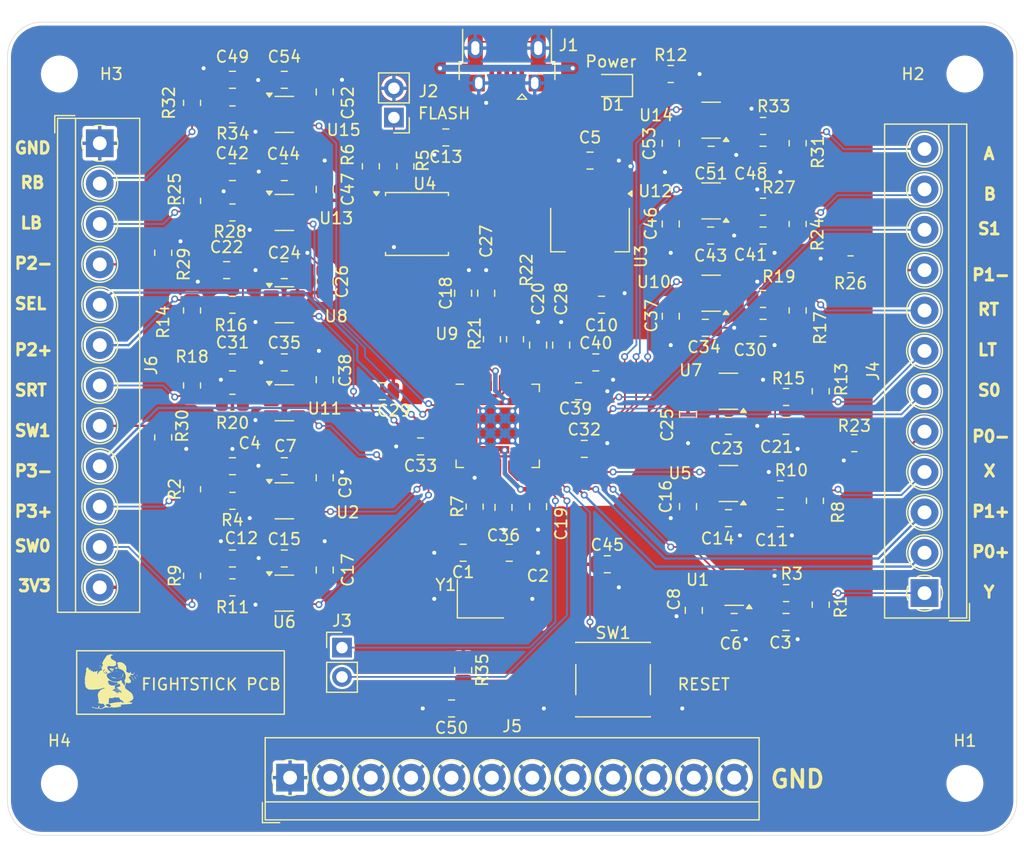
<source format=kicad_pcb>
(kicad_pcb (version 20240108) (generator "pcbnew") (generator_version "8.0")
  (title_block (title "Fightstick") (date "2024-01-16") (rev "REV1") (company "David Duchesne"))
  (layers (0 "F.Cu" signal) (31 "B.Cu" signal) (34 "B.Paste" user) (35 "F.Paste" user) (36 "B.SilkS" user "B.Silkscreen") (37 "F.SilkS" user "F.Silkscreen") (38 "B.Mask" user) (39 "F.Mask" user) (44 "Edge.Cuts" user))
  (net 0 "")
  (net 1 "GND")
  (net 2 "VBUS")
  (net 3 "/XIN")
  (net 4 "/XOUT")
  (net 5 "+3V3")
  (net 6 "+1V1")
  (net 8 "/~{USB_BOOT}")
  (net 9 "Net-(C2-Pad1)")
  (net 10 "Net-(C4-Pad1)")
  (net 11 "Net-(D1-K)")
  (net 12 "Net-(J3-Pin_2)")
  (net 13 "Net-(J3-Pin_1)")
  (net 14 "/SW_RT")
  (net 15 "/SW_LT")
  (net 16 "/SW_LB")
  (net 17 "/SW_B")
  (net 18 "/SW_SELECT")
  (net 19 "/SW_START")
  (net 20 "/SW_RB")
  (net 21 "/SW_Y")
  (net 22 "/SW_0")
  (net 23 "/SW_1")
  (net 24 "/SW_A")
  (net 25 "/SW_X")
  (net 26 "/SIG_STICK_1")
  (net 27 "/LED_P1-")
  (net 28 "/LED_P0-")
  (net 29 "/RUN")
  (net 30 "/LED_P2-")
  (net 31 "/LED_P2+")
  (net 32 "/QSPI_SS")
  (net 33 "/LED_P3-")
  (net 34 "/SIG_STICK_0")
  (net 35 "/QSPI_SD3")
  (net 36 "/QSPI_SCLK")
  (net 37 "/QSPI_SD0")
  (net 38 "/QSPI_SD2")
  (net 39 "/QSPI_SD1")
  (net 40 "/USB_D+")
  (net 41 "/USB_D-")
  (net 42 "Net-(C3-Pad1)")
  (net 43 "/LED_P1+")
  (net 44 "/LED_P0+")
  (net 45 "/LED_P3+")
  (net 46 "Net-(U9-USB_DP)")
  (net 47 "Net-(U9-USB_DM)")
  (net 48 "/SIG_Y")
  (net 50 "/SIG_1")
  (net 53 "/SIG_X")
  (net 54 "/SIG_0")
  (net 56 "/SIG_LT")
  (net 59 "/SIG_SELECT")
  (net 62 "/SIG_A")
  (net 63 "/SIG_RT")
  (net 64 "/SIG_LB")
  (net 66 "/SIG_START")
  (net 69 "/SIG_B")
  (net 71 "/SIG_RB")
  (net 82 "unconnected-(U9-GPIO11-Pad14)")
  (net 84 "Net-(C11-Pad1)")
  (net 85 "Net-(C12-Pad1)")
  (net 86 "Net-(C21-Pad1)")
  (net 87 "Net-(C22-Pad1)")
  (net 88 "Net-(C30-Pad1)")
  (net 89 "Net-(C31-Pad1)")
  (net 90 "Net-(C41-Pad1)")
  (net 91 "Net-(C42-Pad1)")
  (net 92 "Net-(C48-Pad1)")
  (net 93 "Net-(C49-Pad1)")
  (footprint "Capacitor_SMD:C_0805_2012Metric" (layer "F.Cu") (at 116.5 99 -90)
    (property "Reference" "C25")
    (property "Value" "1u")
  )
  (footprint "Capacitor_SMD:C_0805_2012Metric" (layer "F.Cu") (at 81.5 94.5 180)
    (property "Reference" "C35")
    (property "Value" "0.1u")
  )
  (footprint "Package_TO_SOT_SMD:SOT-23-5" (layer "F.Cu") (at 81.5 73)
    (property "Reference" "U15")
    (property "Value" "SN74LVC1G14DBV")
  )
  (footprint "MountingHole:MountingHole_2.7mm_M2.5" (layer "F.Cu") (at 62 69.5)
    (property "Reference" "H3")
    (property "Value" "MountingHole")
  )
  (footprint "Capacitor_SMD:C_0805_2012Metric" (layer "F.Cu") (at 116.5 107 -90)
    (property "Reference" "C16")
    (property "Value" "1u")
  )
  (footprint "Capacitor_SMD:C_0805_2012Metric" (layer "F.Cu") (at 81.5 86.5 180)
    (property "Reference" "C24")
    (property "Value" "0.1u")
  )
  (footprint "Resistor_SMD:R_0805_2012Metric" (layer "F.Cu") (at 115 69.5)
    (property "Reference" "R12")
    (property "Value" "130")
  )
  (footprint "Capacitor_SMD:C_0805_2012Metric" (layer "F.Cu") (at 101 111)
    (property "Reference" "C2")
    (property "Value" "15p")
  )
  (footprint "Capacitor_SMD:C_0805_2012Metric" (layer "F.Cu") (at 109.5 112)
    (property "Reference" "C45")
    (property "Value" "10u")
  )
  (footprint "Capacitor_SMD:C_0805_2012Metric" (layer "F.Cu") (at 105.5 93 90)
    (property "Reference" "C28")
    (property "Value" "1u")
  )
  (footprint "Capacitor_SMD:C_0805_2012Metric" (layer "F.Cu") (at 97 88.5 90)
    (property "Reference" "C18")
    (property "Value" "100n")
  )
  (footprint "Capacitor_SMD:C_0805_2012Metric" (layer "F.Cu") (at 120 108)
    (property "Reference" "C14")
    (property "Value" "0.1u")
  )
  (footprint "Resistor_SMD:R_0805_2012Metric" (layer "F.Cu") (at 92 77.5 90)
    (property "Reference" "R5")
    (property "Value" "1k")
  )
  (footprint "Resistor_SMD:R_0805_2012Metric" (layer "F.Cu") (at 73.5 80.5 -90)
    (property "Reference" "R25")
    (property "Value" "5.1k")
  )
  (footprint "Package_TO_SOT_SMD:SOT-23-5" (layer "F.Cu") (at 120.5 114 180)
    (property "Reference" "U1")
    (property "Value" "SN74LVC1G14DBV")
  )
  (footprint "MountingHole:MountingHole_2.7mm_M2.5" (layer "F.Cu") (at 140.5 69.5)
    (property "Reference" "H2")
    (property "Value" "MountingHole")
  )
  (footprint "MountingHole:MountingHole_2.7mm_M2.5" (layer "F.Cu") (at 62 131)
    (property "Reference" "H4")
    (property "Value" "MountingHole")
  )
  (footprint "Package_TO_SOT_SMD:SOT-23-5" (layer "F.Cu") (at 118.5 73.5 180)
    (property "Reference" "U14")
    (property "Value" "SN74LVC1G14DBV")
  )
  (footprint "Capacitor_SMD:C_0805_2012Metric" (layer "F.Cu") (at 103.5 107 -90)
    (property "Reference" "C19")
    (property "Value" "100n")
  )
  (footprint "Package_TO_SOT_SMD:SOT-223-3_TabPin2" (layer "F.Cu") (at 108 83 -90)
    (property "Reference" "U3")
    (property "Value" "NCP1117-3.3_SOT223")
  )
  (footprint "Capacitor_SMD:C_0805_2012Metric" (layer "F.Cu") (at 81.5 103.5 180)
    (property "Reference" "C7")
    (property "Value" "0.1u")
  )
  (footprint "Resistor_SMD:R_0805_2012Metric" (layer "F.Cu") (at 71 101 -90)
    (property "Reference" "R30")
    (property "Value" "130")
  )
  (footprint "Connector_PinHeader_2.54mm:PinHeader_1x02_P2.54mm_Vertical" (layer "F.Cu") (at 91 73.275 180)
    (property "Reference" "J2")
    (property "Value" "Conn_01x02")
  )
  (footprint "Resistor_SMD:R_0805_2012Metric" (layer "F.Cu") (at 126 75.5 90)
    (property "Reference" "R31")
    (property "Value" "5.1k")
  )
  (footprint "Capacitor_SMD:C_0805_2012Metric" (layer "F.Cu") (at 123 91.5)
    (property "Reference" "C30")
    (property "Value" "1u")
  )
  (footprint "Capacitor_SMD:C_0805_2012Metric" (layer "F.Cu") (at 77 103.5 180)
    (property "Reference" "C4")
    (property "Value" "1u")
  )
  (footprint "Capacitor_SMD:C_0805_2012Metric" (layer "F.Cu") (at 76.5 86.5 180)
    (property "Reference" "C22")
    (property "Value" "1u")
  )
  (footprint "Package_TO_SOT_SMD:SOT-23-5" (layer "F.Cu") (at 118.5 88.5 180)
    (property "Reference" "U10")
    (property "Value" "SN74LVC1G14DBV")
  )
  (footprint "Capacitor_SMD:C_0805_2012Metric" (layer "F.Cu") (at 85 96 90)
    (property "Reference" "C38")
    (property "Value" "1u")
  )
  (footprint "Resistor_SMD:R_0805_2012Metric" (layer "F.Cu") (at 126 82.5 90)
    (property "Reference" "R24")
    (property "Value" "5.1k")
  )
  (footprint "Capacitor_SMD:C_0805_2012Metric" (layer "F.Cu") (at 115 75.5 -90)
    (property "Reference" "C53")
    (property "Value" "1u")
  )
  (footprint "Capacitor_SMD:C_0805_2012Metric" (layer "F.Cu") (at 108.5 94.5)
    (property "Reference" "C40")
    (property "Value" "100n")
  )
  (footprint "Resistor_SMD:R_0805_2012Metric" (layer "F.Cu") (at 130.5875 86 180)
    (property "Reference" "R26")
    (property "Value" "130")
  )
  (footprint "Resistor_SMD:R_0805_2012Metric" (layer "F.Cu") (at 128 97 -90)
    (property "Reference" "R13")
    (property "Value" "5.1k")
  )
  (footprint "Resistor_SMD:R_0805_2012Metric" (layer "F.Cu") (at 125 97.5 180)
    (property "Reference" "R15")
    (property "Value" "1k")
  )
  (footprint "Capacitor_SMD:C_0805_2012Metric" (layer "F.Cu") (at 97 111 180)
    (property "Reference" "C1")
    (property "Value" "15p")
  )
  (footprint "Resistor_SMD:R_0805_2012Metric" (layer "F.Cu") (at 101.5 92.5 -90)
    (property "Reference" "R22")
    (property "Value" "27")
  )
  (footprint "Capacitor_SMD:C_0805_2012Metric" (layer "F.Cu") (at 77 78 180)
    (property "Reference" "C42")
    (property "Value" "1u")
  )
  (footprint "Capacitor_SMD:C_0805_2012Metric" (layer "F.Cu") (at 77 70 180)
    (property "Reference" "C49")
    (property "Value" "1u")
  )
  (footprint "Resistor_SMD:R_0805_2012Metric" (layer "F.Cu") (at 97.008487 121.173243 -90)
    (property "Reference" "R35")
    (property "Value" "1k")
  )
  (footprint "Resistor_SMD:R_0805_2012Metric" (layer "F.Cu") (at 128 115.5 90)
    (property "Reference" "R1")
    (property "Value" "5.1k")
  )
  (footprint "Capacitor_SMD:C_0805_2012Metric" (layer "F.Cu") (at 85 87.5 90)
    (property "Reference" "C26")
    (property "Value" "1u")
  )
  (footprint "Capacitor_SMD:C_0805_2012Metric" (layer "F.Cu") (at 107.5 102)
    (property "Reference" "C32")
    (property "Value" "100n")
  )
  (footprint "Resistor_SMD:R_0805_2012Metric" (layer "F.Cu") (at 123 81 180)
    (property "Reference" "R27")
    (property "Value" "1k")
  )
  (footprint "Capacitor_SMD:C_0805_2012Metric" (layer "F.Cu") (at 107 97)
    (property "Reference" "C39")
    (property "Value" "100n")
  )
  (footprint "Capacitor_SMD:C_0805_2012Metric" (layer "F.Cu") (at 109 89.5)
    (property "Reference" "C10")
    (property "Value" "10u")
  )
  (footprint "Resistor_SMD:R_0805_2012Metric" (layer "F.Cu") (at 127.5 106.5 90)
    (property "Reference" "R8")
    (property "Value" "5.1k")
  )
  (footprint "Package_TO_SOT_SMD:SOT-23-5" (layer "F.Cu") (at 81.5 89.5)
    (property "Reference" "U8")
    (property "Value" "SN74LVC1G14DBV")
  )
  (footprint "Capacitor_SMD:C_0805_2012Metric" (layer "F.Cu") (at 117 116 -90)
    (property "Reference" "C8")
    (property "Value" "1u")
  )
  (footprint "Capacitor_SMD:C_0805_2012Metric" (layer "F.Cu") (at 85 79.5 90)
    (property "Reference" "C47")
    (property "Value" "1u")
  )
  (footprint "Resistor_SMD:R_0805_2012Metric" (layer "F.Cu") (at 130.9125 101.5 180)
    (property "Reference" "R23")
    (property "Value" "130")
  )
  (footprint "Capacitor_SMD:C_0805_2012Metric" (layer "F.Cu") (at 81.5 111.5 180)
    (property "Reference" "C15")
    (property "Value" "0.1u")
  )
  (footprint "Capacitor_SMD:C_0805_2012Metric" (layer "F.Cu") (at 103.5 93 90)
    (property "Reference" "C20")
    (property "Value" "1u")
  )
  (footprint "Resistor_SMD:R_0805_2012Metric" (layer "F.Cu") (at 123 89 180)
    (property "Reference" "R19")
    (property "Value" "1k" (hide yes))
  )
  (footprint "TerminalBlock_4Ucon:TerminalBlock_4Ucon_1x12_P3.50mm_Horizontal" (layer "F.Cu") (at 82 130.5)
    (property "Reference" "J5")
    (property "Value" "Screw_Terminal_01x12")
  )
  (footprint "Resistor_SMD:R_0805_2012Metric" (layer "F.Cu") (at 77 98)
    (property "Reference" "R20")
    (property "Value" "1k")
  )
  (footprint "Resistor_SMD:R_0805_2012Metric" (layer "F.Cu") (at 77 114)
    (property "Reference" "R11")
    (property "Value" "1k")
  )
  (footprint "Resistor_SMD:R_0805_2012Metric" (layer "F.Cu") (at 77 81.5)
    (property "Reference" "R28")
    (property "Value" "1k")
  )
  (footprint "Resistor_SMD:R_0805_2012Metric" (layer "F.Cu") (at 71 85 90)
    (property "Reference" "R29")
    (property "Value" "130")
  )
  (footprint "Resistor_SMD:R_0805_2012Metric" (layer "F.Cu") (at 73.5 90 90)
    (property "Reference" "R14")
    (property "Value" "5.1k")
  )
  (footprint "Capacitor_SMD:C_0805_2012Metric" (layer "F.Cu") (at 118.45 83.5)
    (property "Reference" "C43")
    (property "Value" "0.1u")
  )
  (footprint "Package_TO_SOT_SMD:SOT-23-5" (layer "F.Cu") (at 81.5 114.5)
    (property "Reference" "U6")
    (property "Value" "SN74LVC1G14DBV")
  )
  (footprint "Package_TO_SOT_SMD:SOT-23-5" (layer "F.Cu") (at 118.5 80.5 180)
    (property "Reference" "U12")
    (property "Value" "SN74LVC1G14DBV")
  )
  (footprint "Resistor_SMD:R_0805_2012Metric" (layer "F.Cu") (at 99.5 92.5 -90)
    (property "Reference" "R21")
    (property "Value" "27")
  )
  (footprint "Resistor_SMD:R_0805_2012Metric" (layer "F.Cu") (at 73.5 96.5 -90)
    (property "Reference" "R18")
    (property "Value" "5.1k")
  )
  (footprint "Resistor_SMD:R_0805_2012Metric" (layer "F.Cu") (at 126 90 90)
    (property "Reference" "R17")
    (property "Value" "5.1k")
  )
  (footprint "Connector_PinHeader_2.54mm:PinHeader_1x02_P2.54mm_Vertical" (layer "F.Cu") (at 86.5 119.225)
    (property "Reference" "J3")
    (property "Value" "Conn_01x02")
  )
  (footprint "Capacitor_SMD:C_0805_2012Metric" (layer "F.Cu") (at 85 104.5 90)
    (property "Reference" "C9")
    (property "Value" "1u")
  )
  (footprint "Capacitor_SMD:C_0805_2012Metric" (layer "F.Cu") (at 77 94.5 180)
    (property "Reference" "C31")
    (property "Value" "1u")
  )
  (footprint "Package_TO_SOT_SMD:SOT-23-5" (layer "F.Cu") (at 120 105 180)
    (property "Reference" "U5")
    (property "Value" "SN74LVC1G14DBV")
  )
  (footprint "Capacitor_SMD:C_0805_2012Metric" (layer "F.Cu") (at 95.5 75 180)
    (property "Reference" "C13")
    (property "Value" "100n")
  )
  (footprint "Resistor_SMD:R_0805_2012Metric" (layer "F.Cu") (at 123 74 180)
    (property "Reference" "R33")
    (property "Value" "1k")
  )
  (footprint "Resistor_SMD:R_0805_2012Metric" (layer "F.Cu") (at 89 77.5 -90)
    (property "Reference" "R6")
    (property "Value" "DNF")
  )
  (footprint "Package_TO_SOT_SMD:SOT-23-5" (layer "F.Cu") (at 81.5 81.5)
    (property "Reference" "U13")
    (property "Value" "SN74LVC1G14DBV")
  )
  (footprint "Capacitor_SMD:C_0805_2012Metric" (layer "F.Cu") (at 81.5 70 180)
    (property "Reference" "C54")
    (property "Value" "1u")
  )
  (footprint "Capacitor_SMD:C_0805_2012Metric" (layer "F.Cu") (at 118 91.5)
    (property "Reference" "C34")
    (property "Value" "0.1u")
  )
  (footprint "Capacitor_SMD:C_0805_2012Metric" (layer "F.Cu") (at 85 71.05 90)
    (property "Reference" "C52")
    (property "Value" "0.1u")
  )
  (footprint "Resistor_SMD:R_0805_2012Metric" (layer "F.Cu") (at 73.5 113 -90)
    (property "Reference" "R9")
    (property "Value" "5.1k")
  )
  (footprint "Capacitor_SMD:C_0805_2012Metric" (layer "F.Cu") (at 96 124.5 180)
    (property "Reference" "C50")
    (property "Value" "100n")
  )
  (footprint "Capacitor_SMD:C_0805_2012Metric" (layer "F.Cu") (at 120.5 117)
    (property "Reference" "C6")
    (property "Value" "0.1u")
  )
  (footprint "Crystal:Crystal_SMD_3225-4Pin_3.2x2.5mm" (layer "F.Cu") (at 98.5 115)
    (property "Reference" "Y1")
    (property "Value" "ABM8-272-T3")
  )
  (footprint "Capacitor_SMD:C_0805_2012Metric" (layer "F.Cu") (at 118.5 76.5)
    (property "Reference" "C51")
    (property "Value" "0.1u")
  )
  (footprint "Capacitor_SMD:C_0805_2012Metric" (layer "F.Cu") (at 100.5 107.071436 -90)
    (property "Reference" "C36")
    (property "Value" "100n")
  )
  (footprint "Capacitor_SMD:C_0805_2012Metric" (layer "F.Cu") (at 85 112.5 90)
    (property "Reference" "C17")
    (property "Value" "1u")
  )
  (footprint "LOGO" (layer "F.Cu") (at 66.522434 122.242731)
    (property "Reference" "G***" (hide yes))
    (property "Value" "LOGO" (hide yes))
  )
  (footprint "Capacitor_SMD:C_0805_2012Metric" (layer "F.Cu") (at 99 88.5 90)
    (property "Reference" "C27")
    (property "Value" "100n")
  )
  (footprint "RP2040_minimal:RP2040-QFN-56" (layer "F.Cu") (at 100 100)
    (property "Reference" "U9")
    (property "Value" "RP2040")
  )
  (footprint "Capacitor_SMD:C_0805_2012Metric" (layer "F.Cu") (at 115 90.5 -90)
    (property "Reference" "C37")
    (property "Value" "1u")
  )
  (footprint "LED_SMD:LED_0805_2012Metric" (layer "F.Cu") (at 110 70.5 180)
    (property "Reference" "D1")
    (property "Value" "GREEN")
  )
  (footprint "Resistor_SMD:R_0805_2012Metric" (layer "F.Cu") (at 124.5 105.5 180)
    (property "Reference" "R10")
    (property "Value" "1k")
  )
  (footprint "Resistor_SMD:R_0805_2012Metric" (layer "F.Cu") (at 77 89.5)
    (property "Reference" "R16")
    (property "Value" "1k")
  )
  (footprint "RP2040_minimal:USB_Micro-B_Amphenol_10103594-0001LF_Horizontal_modified" (layer "F.Cu") (at 100.782071 67.25 180)
    (property "Reference" "J1")
    (property "Value" "USB_B_Micro")
  )
  (footprint "Resistor_SMD:R_0805_2012Metric" (layer "F.Cu") (at 77 106.5)
    (property "Reference" "R4")
    (property "Value" "1k")
  )
  (footprint "Package_TO_SOT_SMD:SOT-23-5" (layer "F.Cu") (at 81.5 98)
    (property "Reference" "U11")
    (property "Value" "SN74LVC1G14DBV")
  )
  (footprint "Capacitor_SMD:C_0805_2012Metric" (layer "F.Cu") (at 125 100)
    (property "Reference" "C21")
    (property "Value" "1u")
  )
  (footprint "MountingHole:MountingHole_2.7mm_M2.5" (layer "F.Cu") (at 140.5 131)
    (property "Reference" "H1")
    (property "Value" "MountingHole")
  )
  (footprint "Capacitor_SMD:C_0805_2012Metric" (layer "F.Cu") (at 93.308252 101.783862 180)
    (property "Reference" "C33")
    (property "Value" "100n")
  )
  (footprint "Button_Switch_SMD:SW_Push_1P1T_NO_6x6mm_H9.5mm" (layer "F.Cu") (at 110 122)
    (property "Reference" "SW1")
    (property "Value" "SW_Push")
  )
  (footprint "Capacitor_SMD:C_0805_2012Metric" (layer "F.Cu") (at 108 77.003906)
    (property "Reference" "C5")
    (property "Value" "10u")
  )
  (footprint "Resistor_SMD:R_0805_2012Metric" (layer "F.Cu") (at 77 73)
    (property "Reference" "R34")
    (property "Value" "1k")
  )
  (footprint "Package_TO_SOT_SMD:SOT-23-5" (layer "F.Cu") (at 81.5 106.5)
    (property "Reference" "U2")
    (property "Value" "SN74LVC1G14DBV")
  )
  (footprint "Capacitor_SMD:C_0805_2012Metric" (layer "F.Cu") (at 123 83.5)
    (property "Reference" "C41")
    (property "Value" "1u")
  )
  (footprint "Resistor_SMD:R_0805_2012Metric" (layer "F.Cu") (at 73.5 105.5 -90)
    (property "Reference" "R2")
    (property "Value" "5.1k")
  )
  (footprint "TerminalBlock_4Ucon:TerminalBlock_4Ucon_1x12_P3.50mm_Horizontal" (layer "F.Cu") (at 137 114.5 90)
    (property "Reference" "J4")
    (property "Value" "Screw_Terminal_01x12")
  )
  (footprint "Package_TO_SOT_SMD:SOT-23-5" (layer "F.Cu") (at 120 97 180)
    (property "Reference" "U7")
    (property "Value" "SN74LVC1G14DBV")
  )
  (footprint "Capacitor_SMD:C_0805_2012Metric" (layer "F.Cu") (at 120 100)
    (property "Reference" "C23")
    (property "Value" "0.1u")
  )
  (footprint "Package_SO:SOIC-8_5.23x5.23mm_P1.27mm" (layer "F.Cu") (at 93 82.5)
    (property "Reference" "U4")
    (property "Value" "W25Q128JVS")
  )
  (footprint "Capacitor_SMD:C_0805_2012Metric" (layer "F.Cu") (at 77 111.5 180)
    (property "Reference" "C12")
    (property "Value" "1u")
  )
  (footprint "TerminalBlock_4Ucon:TerminalBlock_4Ucon_1x12_P3.50mm_Horizontal" (layer "F.Cu") (at 65.5 75.5 -90)
    (property "Reference" "J6")
    (property "Value" "Screw_Terminal_01x12")
  )
  (footprint "Capacitor_SMD:C_0805_2012Metric" (layer "F.Cu") (at 125 117)
    (property "Reference" "C3")
    (property "Value" "1u")
  )
  (footprint "Capacitor_SMD:C_0805_2012Metric" (layer "F.Cu") (at 90 97 180)
    (property "Reference" "C29")
    (property "Value" "100n")
  )
  (footprint "Capacitor_SMD:C_0805_2012Metric" (layer "F.Cu") (at 81.5 78 180)
    (property "Reference" "C44")
    (property "Value" "0.1u")
  )
  (footprint "Capacitor_SMD:C_0805_2012Metric" (layer "F.Cu") (at 115 82.5 -90)
    (property "Reference" "C46")
    (property "Value" "1u")
  )
  (footprint "Resistor_SMD:R_0805_2012Metric" (layer "F.Cu") (at 73.5 72 -90)
    (property "Reference" "R32")
    (property "Value" "5.1k")
  )
  (footprint "Capacitor_SMD:C_0805_2012Metric" (layer "F.Cu") (at 124.5 108)
    (property "Reference" "C11")
    (property "Value" "1u")
  )
  (footprint "Resistor_SMD:R_0805_2012Metric" (layer "F.Cu") (at 125 114.5 180)
    (property "Reference" "R3")
    (property "Value" "1k")
  )
  (footprint "Resistor_SMD:R_0805_2012Metric" (layer "F.Cu") (at 98 107 -90)
    (property "Reference" "R7")
    (property "Value" "1k")
  )
  (footprint "Capacitor_SMD:C_0805_2012Metric" (layer "F.Cu") (at 123 76.5)
    (property "Reference" "C48")
    (property "Value" "1u")
  )
  (gr_rect (start 63.5 119.5) (end 81.5 125) (stroke (width 0.12)) (fill none) (layer "F.SilkS"))
  (gr_arc (start 142 65) (mid 144.12132 65.87868) (end 145 68) (stroke (width 0.05)) (layer "Edge.Cuts"))
  (gr_arc (start 57.5 68) (mid 58.37868 65.87868) (end 60.5 65) (stroke (width 0.05)) (layer "Edge.Cuts"))
  (gr_arc (start 145 132.5) (mid 144.12132 134.62132) (end 142 135.5) (stroke (width 0.05)) (layer "Edge.Cuts"))
  (gr_line (start 145 68) (end 145 132.5) (stroke (width 0.05)) (layer "Edge.Cuts"))
  (gr_line (start 60.5 65) (end 142 65) (stroke (width 0.05)) (layer "Edge.Cuts"))
  (gr_arc (start 60.5 135.5) (mid 58.37868 134.62132) (end 57.5 132.5) (stroke (width 0.05)) (layer "Edge.Cuts"))
  (gr_line (start 142 135.5) (end 60.5 135.5) (stroke (width 0.05)) (layer "Edge.Cuts"))
  (gr_line (start 57.5 132.5) (end 57.5 68) (stroke (width 0.05)) (layer "Edge.Cuts"))
  (gr_text "P2+" (at 58 94 0) (layer "F.SilkS") (effects (font (size 1 1) (thickness 0.25) (bold yes)) (justify left bottom)))
  (gr_text "RT" (at 141.5 90.5 0) (layer "F.SilkS") (effects (font (size 1 1) (thickness 0.25) (bold yes)) (justify left bottom)))
  (gr_text "LB" (at 58.5 83 0) (layer "F.SilkS") (effects (font (size 1 1) (thickness 0.25) (bold yes)) (justify left bottom)))
  (gr_text "RB" (at 58.5 79.5 0) (layer "F.SilkS") (effects (font (size 1 1) (thickness 0.25) (bold yes)) (justify left bottom)))
  (gr_text "FIGHTSTICK PCB" (at 69 123 0) (layer "F.SilkS") (effects (font (size 1 1)) (justify left bottom)))
  (gr_text "P1-" (at 141 87.5 0) (layer "F.SilkS") (effects (font (size 1 1) (thickness 0.25) (bold yes)) (justify left bottom)))
  (gr_text "P3-" (at 58 104.5 0) (layer "F.SilkS") (effects (font (size 1 1) (thickness 0.25) (bold yes)) (justify left bottom)))
  (gr_text "FLASH" (at 93 73.5 0) (layer "F.SilkS") (effects (font (size 1 1)) (justify left bottom)))
  (gr_text "SRT" (at 58 97.5 0) (layer "F.SilkS") (effects (font (size 1 1) (thickness 0.25) (bold yes)) (justify left bottom)))
  (gr_text "RESET" (at 115.5 123 0) (layer "F.SilkS") (effects (font (size 1 1)) (justify left bottom)))
  (gr_text "S1" (at 141.5 83.5 0) (layer "F.SilkS") (effects (font (size 1 1) (thickness 0.25) (bold yes)) (justify left bottom)))
  (gr_text "P1+" (at 141 108 0) (layer "F.SilkS") (effects (font (size 1 1) (thickness 0.25) (bold yes)) (justify left bottom)))
  (gr_text "P2-" (at 58 86.5 0) (layer "F.SilkS") (effects (font (size 1 1) (thickness 0.25) (bold yes)) (justify left bottom)))
  (gr_text "LT" (at 141.5 94 0) (layer "F.SilkS") (effects (font (size 1 1) (thickness 0.25) (bold yes)) (justify left bottom)))
  (gr_text "SW0" (at 58 111 0) (layer "F.SilkS") (effects (font (size 1 1) (thickness 0.25) (bold yes)) (justify left bottom)))
  (gr_text "B" (at 142 80.5 0) (layer "F.SilkS") (effects (font (size 1 1) (thickness 0.25) (bold yes)) (justify left bottom)))
  (gr_text "GND" (at 58 76.5 0) (layer "F.SilkS") (effects (font (size 1 1) (thickness 0.25) (bold yes)) (justify left bottom)))
  (gr_text "SW1" (at 58 101 0) (layer "F.SilkS") (effects (font (size 1 1) (thickness 0.25) (bold yes)) (justify left bottom)))
  (gr_text "Y" (at 142 115 0) (layer "F.SilkS") (effects (font (size 1 1) (thickness 0.25) (bold yes)) (justify left bottom)))
  (gr_text "GND" (at 123.5 131.5 0) (layer "F.SilkS") (effects (font (size 1.5 1.5) (thickness 0.3) (bold yes)) (justify left bottom)))
  (gr_text "P0+" (at 141 111.5 0) (layer "F.SilkS") (effects (font (size 1 1) (thickness 0.25) (bold yes)) (justify left bottom)))
  (gr_text "3V3" (at 58.303559 114.451054 0) (layer "F.SilkS") (effects (font (size 1 1) (thickness 0.25) (bold yes)) (justify left bottom)))
  (gr_text "P0-" (at 141 101.5 0) (layer "F.SilkS") (effects (font (size 1 1) (thickness 0.25) (bold yes)) (justify left bottom)))
  (gr_text "Power" (at 107.5 69 0) (layer "F.SilkS") (effects (font (size 1 1)) (justify left bottom)))
  (gr_text "A" (at 142 77 0) (layer "F.SilkS") (effects (font (size 1 1) (thickness 0.25) (bold yes)) (justify left bottom)))
  (gr_text "SEL" (at 58 90 0) (layer "F.SilkS") (effects (font (size 1 1) (thickness 0.25) (bold yes)) (justify left bottom)))
  (gr_text "P3+" (at 58 108 0) (layer "F.SilkS") (effects (font (size 1 1) (thickness 0.25) (bold yes)) (justify left bottom)))
  (gr_text "S0" (at 141.5 97.5 0) (layer "F.SilkS") (effects (font (size 1 1) (thickness 0.25) (bold yes)) (justify left bottom)))
  (gr_text "X" (at 142 104.5 0) (layer "F.SilkS") (effects (font (size 1 1) (thickness 0.25) (bold yes)) (justify left bottom)))
  (segment (start 99.569571 66.701981) (end 99.819571 66.451981) (width 0.15) (layer "F.Cu") (net 1))
  (segment (start 120.688878 76.5) (end 120.694928 76.5) (width 0.15) (layer "F.Cu") (net 1))
  (segment (start 123.95 84.95) (end 124 85) (width 0.15) (layer "F.Cu") (net 1))
  (segment (start 77 102.55) (end 77 102) (width 0.15) (layer "F.Cu") (net 1))
  (segment (start 80.3625 98.95) (end 79.55 98.95) (width 0.15) (layer "F.Cu") (net 1))
  (segment (start 123.95 113.05) (end 121.6375 113.05) (width 0.15) (layer "F.Cu") (net 1))
  (segment (start 123.5 104) (end 123.45 104.05) (width 0.15) (layer "F.Cu") (net 1))
  (segment (start 92.358252 101.783862) (end 91.199536 101.783862) (width 0.15) (layer "F.Cu") (net 1))
  (segment (start 99 103.865294) (end 99 103.4375) (width 0.15) (layer "F.Cu") (net 1))
  (segment (start 121.45 117) (end 121.5 118.5) (width 0.15) (layer "F.Cu") (net 1))
  (segment (start 121.95 72.55) (end 122 72.5) (width 0.15) (layer "F.Cu") (net 1))
  (segment (start 115 91.45) (end 115 93) (width 0.15) (layer "F.Cu") (net 1))
  (segment (start 109 102) (end 109.5 101.5) (width 0.15) (layer "F.Cu") (net 1))
  (segment (start 119.4 83.5) (end 120.5 83.5) (width 0.15) (layer "F.Cu") (net 1))
  (segment (start 121.1375 96.05) (end 122.95 96.05) (width 0.15) (layer "F.Cu") (net 1))
  (segment (start 123.5875 91.4625) (end 123.55 91.5) (width 0.15) (layer "F.Cu") (net 1))
  (segment (start 114.5 76.95) (end 114.5 78) (width 0.15) (layer "F.Cu") (net 1))
  (segment (start 103.5 107.95) (end 103.5 109) (width 0.15) (layer "F.Cu") (net 1))
  (segment (start 71 84.0875) (end 72.4125 84.0875) (width 0.15) (layer "F.Cu") (net 1))
  (segment (start 89.4 84.405) (end 90.905 84.405) (width 0.15) (layer "F.Cu") (net 1))
  (segment (start 85 103.55) (end 86.05 103.55) (width 0.15) (layer "F.Cu") (net 1))
  (segment (start 79.55 98.95) (end 79 99.5) (width 0.15) (layer "F.Cu") (net 1))
  (segment (start 80.55 70) (end 79.321966 70) (width 0.15) (layer "F.Cu") (net 1))
  (segment (start 79.05 82.45) (end 78.5 83) (width 0.15) (layer "F.Cu") (net 1))
  (segment (start 79.276064 111.4647) (end 79.316898 111.4647) (width 0.15) (layer "F.Cu") (net 1))
  (segment (start 79.55 90.45) (end 79 91) (width 0.15) (layer "F.Cu") (net 1))
  (segment (start 125.45 108) (end 125.5 109.5) (width 0.15) (layer "F.Cu") (net 1))
  (segment (start 95.05 124.5) (end 93.5 124.5) (width 0.15) (layer "F.Cu") (net 1))
  (segment (start 97.5 87.05) (end 97.5 86.5) (width 0.15) (layer "F.Cu") (net 1))
  (segment (start 79.257116 103.458742) (end 79.298374 103.5) (width 0.15) (layer "F.Cu") (net 1))
  (segment (start 101.994571 66.701981) (end 101.744571 66.451981) (width 0.15) (layer "F.Cu") (net 1))
  (segment (start 83.45 85) (end 83.5 85.05) (width 0.15) (layer "F.Cu") (net 1))
  (segment (start 120.5 76.5) (end 120.664682 76.5) (width 0.15) (layer "F.Cu") (net 1))
  (segment (start 125.95 100) (end 125.95 101.95) (width 0.15) (layer "F.Cu") (net 1))
  (segment (start 94.55 76.45) (end 94.5 76.5) (width 0.15) (layer "F.Cu") (net 1))
  (segment (start 76.05 79.55) (end 76.165254 79.665254) (width 0.15) (layer "F.Cu") (net 1))
  (segment (start 71 101.9125) (end 73 102) (width 0.2) (layer "F.Cu") (net 1))
  (segment (start 80.55 78) (end 79.283293 77.957471) (width 0.15) (layer "F.Cu") (net 1))
  (segment (start 85 86.55) (end 83.5 85.05) (width 0.15) (layer "F.Cu") (net 1))
  (segment (start 99.482071 71.517929) (end 99 72) (width 0.15) (layer "F.Cu") (net 1))
  (segment (start 121.5 118.5) (end 121.45 118.45) (width 0.15) (layer "F.Cu") (net 1))
  (segment (start 104.25 124.25) (end 104 124.5) (width 0.15) (layer "F.Cu") (net 1))
  (segment (start 86.4 70.1) (end 86.5 70) (width 0.15) (layer "F.Cu") (net 1))
  (segment (start 121.1375 104.05) (end 121.45 104.05) (width 0.15) (layer "F.Cu") (net 1))
  (segment (start 108.95 77.003906) (end 110.496094 77.003906) (width 0.15) (layer "F.Cu") (net 1))
  (segment (start 109.45 94.5) (end 109.45 95.45) (width 0.15) (layer "F.Cu") (net 1))
  (segment (start 128.5 86) (end 128 85.5) (width 0.15) (layer "F.Cu") (net 1))
  (segment (start 110.3 79.85) (end 110.3 78.7) (width 0.15) (layer "F.Cu") (net 1))
  (segment (start 110.45 113.95) (end 110.5 114) (width 0.15) (layer "F.Cu") (net 1))
  (segment (start 76.05 111.5) (end 76.05 110.05) (width 0.15) (layer "F.Cu") (net 1))
  (segment (start 106.025 124.25) (end 104.25 124.25) (width 0.15) (layer "F.Cu") (net 1))
  (segment (start 83.5 85) (end 83.45 85) (width 0.15) (layer "F.Cu") (net 1))
  (segment (start 103.507071 66.701981) (end 101.994571 66.701981) (width 0.15) (layer "F.Cu") (net 1))
  (segment (start 125.95 118.45) (end 126 118.5) (width 0.15) (layer "F.Cu") (net 1))
  (segment (start 79.283293 77.957471) (end 79.264571 78) (width 0.15) (layer "F.Cu") (net 1))
  (segment (start 85 70.1) (end 86.4 70.1) (width 0.15) (layer "F.Cu") (net 1))
  (segment (start 120.694928 76.5) (end 120.700978 76.49395) (width 0.15) (layer "F.Cu") (net 1))
  (segment (start 115 83.45) (end 115 85) (width 0.15) (layer "F.Cu") (net 1))
  (segment (start 115 76.45) (end 114.5 76.95) (width 0.15) (layer "F.Cu") (net 1))
  (segment (start 115.75 124.25) (end 116 124.5) (width 0.15) (layer "F.Cu") (net 1))
  (segment (start 125.5 109.5) (end 125.45 109.45) (width 0.15) (layer "F.Cu") (net 1))
  (segment (start 91.199536 101.783862) (end 91.216138 101.783862) (width 0.15) (layer "F.Cu") (net 1))
  (segment (start 110.95 88.5) (end 109.95 89.5) (width 0.15) (layer "F.Cu") (net 1))
  (segment (start 120.67678 76.512098) (end 120.688878 76.5) (width 0.15) (layer "F.Cu") (net 1))
  (segment (start 116.5 99.95) (end 116.5 101.5) (width 0.15) (layer "F.Cu") (net 1))
  (segment (start 80.3625 90.45) (end 79.55 90.45) (width 0.15) (layer "F.Cu") (net 1))
  (segment (start 116.5 107.95) (end 115.05 107.95) (width 0.15) (layer "F.Cu") (net 1))
  (segment (start 123.95 76.5) (end 123.95 77.45) (width 0.15) (layer "F.Cu") (net 1))
  (segment (start 99 87.55) (end 99 86.5) (width 0.15) (layer "F.Cu") (net 1))
  (segment (start 122.5 79.5) (end 122.45 79.55) (width 0.15) (layer "F.Cu") (net 1))
  (segment (start 86.05 103.55) (end 86.5 104) (width 0.15) (layer "F.Cu") (net 1))
  (segment (start 84.5 93.5) (end 84.5 94.55) (width 0.15) (layer "F.Cu") (net 1))
  (segment (start 80.55 103.5) (end 79.257116 103.458742) (width 0.15) (layer "F.Cu") (net 1))
  (segment (start 120.95 100) (end 122.5 100) (width 0.15) (layer "F.Cu") (net 1))
  (segment (start 83.5 85.05) (end 83.5 85) (width 0.15) (layer "F.Cu") (net 1))
  (segment (start 110.3 78.7) (end 111.5 77.5) (width 0.15) (layer "F.Cu") (net 1))
  (segment (start 76.05 70) (end 75.05 69) (width 0.15) (layer "F.Cu") (net 1))
  (segment (start 74.55 87.5) (end 74 87.5) (width 0.15) (layer "F.Cu") (net 1))
  (segment (start 124 113) (end 123.95 113.05) (width 0.15) (layer "F.Cu") (net 1))
  (segment (start 125.95 101.95) (end 126 102) (width 0.15) (layer "F.Cu") (net 1))
  (segment (start 76.05 103.5) (end 77 102.55) (width 0.15) (layer "F.Cu") (net 1))
  (segment (start 76.237772 79.665254) (end 76.237772 79.737772) (width 0.15) (layer "F.Cu") (net 1))
  (segment (start 79.55 73.95) (end 79 74.5) (width 0.15) (layer "F.Cu") (net 1))
  (segment (start 79.276064 111.505534) (end 79.276064 111.4647) (width 0.15) (layer "F.Cu") (net 1))
  (segment (start 115.05 107.95) (end 115 108) (width 0.15) (layer "F.Cu") (net 1))
  (segment (start 129.675 86) (end 128.5 86) (width 0.15) (layer "F.Cu") (net 1))
  (segment (start 123.45 104.05) (end 121.1375 104.05) (width 0.15) (layer "F.Cu") (net 1))
  (segment (start 120.664682 76.5) (end 120.67678 76.512098) (width 0.15) (layer "F.Cu") (net 1))
  (segment (start 122.5 87.5) (end 122.45 87.55) (width 0.15) (layer "F.Cu") (net 1))
  (segment (start 125.95 117) (end 125.95 118.45) (width 0.15) (layer "F.Cu") (net 1))
  (segment (start 124 93) (end 123.95 92.95) (width 0.15) (layer "F.Cu") (net 1))
  (segment (start 113.975 124.25) (end 115.75 124.25) (width 0.15) (layer "F.Cu") (net 1))
  (segment (start 99.482071 70.075) (end 99.482071 71.517929) (width 0.15) (layer "F.Cu") (net 1))
  (segment (start 120.95 109.45) (end 121 109.5) (width 0.15) (layer "F.Cu") (net 1))
  (segment (start 115.95 116.95) (end 115.5 116.5) (width 0.15) (layer "F.Cu") (net 1))
  (segment (start 80.3625 82.45) (end 79.05 82.45) (width 0.15) (layer "F.Cu") (net 1))
  (segment (start 110.496094 77.003906) (end 110.5 77) (width 0.15) (layer "F.Cu") (net 1))
  (segment (start 79.05 107.45) (end 78.5 108) (width 0.15) (layer "F.Cu") (net 1))
  (segment (start 80.3625 107.45) (end 79.05 107.45) (width 0.15) (layer "F.Cu") (net 1))
  (segment (start 109.45 95.45) (end 110 96) (width 0.15) (layer "F.Cu") (net 1))
  (segment (start 76.05 94.5) (end 76 96) (width 0.15) (layer "F.Cu") (net 1))
  (segment (start 130 101.5) (end 130 103) (width 0.15) (layer "F.Cu") (net 1))
  (segment (start 79.321966 70) (end 79.231225 70.018148) (width 0.15) (layer "F.Cu") (net 1))
  (segment (start 80.55 86.5) (end 79 86.5) (width 0.15) (layer "F.Cu") (net 1))
  (segment (start 111 88.5) (end 110.95 88.5) (width 0.15) (layer "F.Cu") (net 1))
  (segment (start 79.276064 111.4647) (end 80.5147 111.4647) (width 0.15) (layer "F.Cu") (net 1))
  (segment (start 123.95 91.5) (end 124 93) (width 0.15) (layer "F.Cu") (net 1))
  (segment (start 121.45 104.05) (end 121.5 104) (width 0.15) (layer "F.Cu") (net 1))
  (segment (start 122.45 87.55) (end 119.6375 87.55) (width 0.15) (layer "F.Cu") (net 1))
  (segment (start 79.316898 111.4647) (end 79.276064 111.505534) (width 0.15) (layer "F.Cu") (net 1))
  (segment (start 90.905 84.405) (end 91 84.5) (width 0.15) (layer "F.Cu") (net 1))
  (segment (start 122.45 79.55) (end 119.6375 79.55) (width 0.15) (layer "F.Cu") (net 1))
  (segment (start 122.95 96.05) (end 123 96) (width 0.15) (layer "F.Cu") (net 1))
  (segment (start 80.3625 115.45) (end 79.05 115.45) (width 0.15) (layer "F.Cu") (net 1))
  (segment (start 76 96) (end 76.05 95.95) (width 0.15) (layer "F.Cu") (net 1))
  (segment (start 120.95 108) (end 120.95 109.45) (width 0.15) (layer "F.Cu") (net 1))
  (segment (start 76.237772 79.737772) (end 76.25 79.75) (width 0.15) (layer "F.Cu") (net 1))
  (segment (start 118.95 91.5) (end 120.5 91.5) (width 0.15) (layer "F.Cu") (net 1))
  (segment (start 76.165254 79.665254) (end 76.237772 79.665254) (width 0.15) (layer "F.Cu") (net 1))
  (segment (start 119.6375 72.55) (end 121.95 72.55) (width 0.15) (layer "F.Cu") (net 1))
  (segment (start 76.05 110.05) (end 76 110) (width 0.15) (layer "F.Cu") (net 1))
  (segment (start 94.55 75) (end 94.55 76.45) (width 0.15) (layer "F.Cu") (net 1))
  (segment (start 85 78.55) (end 85 77) (width 0.15) (layer "F.Cu") (net 1))
  (segment (start 76.05 78) (end 76.05 79.55) (width 0.15) (layer "F.Cu") (net 1))
  (segment (start 75.05 69) (end 74.5 69) (width 0.15) (layer "F.Cu") (net 1))
  (segment (start 73 102) (end 72.9125 101.9125) (width 0.2) (layer "F.Cu") (net 1))
  (segment (start 89.05 97) (end 89.05 98.55) (width 0.15) (layer "F.Cu") (net 1))
  (segment (start 89.05 98.55) (end 89.5 99) (width 0.15) (layer "F.Cu") (net 1))
  (segment (start 103.5 92.05) (end 103.5 91) (width 0.15) (layer "F.Cu") (net 1))
  (segment (start 123.95 77.45) (end 124.5 78) (width 0.15) (layer "F.Cu") (net 1))
  (segment (start 110.45 112) (end 110.45 113.95) (width 0.15) (layer "F.Cu") (net 1))
  (segment (start 79.231225 70.018148) (end 79.28567 70) (width 0.15) (layer "F.Cu") (net 1))
  (segment (start 79.28567 70) (end 79.303818 70) (width 0.15) (layer "F.Cu") (net 1))
  (segment (start 98 104.5) (end 98.365294 104.5) (width 0.15) (layer "F.Cu") (net 1))
  (segment (start 79.05 115.45) (end 79 115.5) (width 0.15) (layer "F.Cu") (net 1))
  (segment (start 97 87.55) (end 97.5 87.05) (width 0.15) (layer "F.Cu") (net 1))
  (segment (start 84.5 94.55) (end 85 95.05) (width 0.15) (layer "F.Cu") (net 1))
  (segment (start 123.95 83.5) (end 123.95 84.95) (width 0.15) (layer "F.Cu") (net 1))
  (segment (start 105.5 92.05) (end 105.5 91) (width 0.15) (layer "F.Cu") (net 1))
  (segment (start 79.264571 78) (end 79.262876 77.998305) (width 0.15) (layer "F.Cu") (net 1))
  (segment (start 119.45 76.5) (end 120.5 76.5) (width 0.15) (layer "F.Cu") (net 1))
  (segment (start 98.365294 104.5) (end 99 103.865294) (width 0.15) (layer "F.Cu") (net 1))
  (segment (start 108.45 102) (end 109 102) (width 0.15) (layer "F.Cu") (net 1))
  (segment (start 80.5147 111.4647) (end 80.55 111.5) (width 0.15) (layer "F.Cu") (net 1))
  (segment (start 74.55 87.5) (end 75.55 86.5) (width 0.15) (layer "F.Cu") (net 1))
  (segment (start 109.5 97) (end 107.95 97) (width 0.15) (layer "F.Cu") (net 1))
  (segment (start 80.3625 73.95) (end 79.55 73.95) (width 0.15) (layer "F.Cu") (net 1))
  (segment (start 72.4125 84.0875) (end 72.5 84) (width 0.15) (layer "F.Cu") (net 1))
  (segment (start 98.057071 66.701981) (end 99.569571 66.701981) (width 0.15) (layer "F.Cu") (net 1))
  (segment (start 115.9125 69.5) (end 117.5 69.5) (width 0.15) (layer "F.Cu") (net 1))
  (segment (start 100.5 108.021436) (end 100.5 109) (width 0.15) (layer "F.Cu") (net 1))
  (segment (start 85 111.55) (end 85 110) (width 0.15) (layer "F.Cu") (net 1))
  (segment (start 117 116.95) (end 115.95 116.95) (width 0.15) (layer "F.Cu") (net 1))
  (segment (start 80.55 94.5) (end 79.5 94.5) (width 0.15) (layer "F.Cu") (net 1))
  (segment (start 79.281598 111.5) (end 79.276064 111.505534) (width 0.15) (layer "F.Cu") (net 1))
  (via (at 109.5 101.5) (size 0.6) (drill 0.35) (layers "F.Cu" "B.Cu") (net 1))
  (via (at 115 93) (size 0.6) (drill 0.35) (layers "F.Cu" "B.Cu") (net 1))
  (via (at 74.5 69) (size 0.6) (drill 0.35) (layers "F.Cu" "B.Cu") (net 1))
  (via (at 79.5 94.5) (size 0.6) (drill 0.35) (layers "F.Cu" "B.Cu") (net 1))
  (via (at 86.5 104) (size 0.6) (drill 0.35) (layers "F.Cu" "B.Cu") (net 1))
  (via (at 79.257116 103.458742) (size 0.6) (drill 0.35) (layers "F.Cu" "B.Cu") (net 1))
  (via (at 79.283293 77.957471) (size 0.6) (drill 0.35) (layers "F.Cu" "B.Cu") (net 1))
  (via (at 105.5 91) (size 0.6) (drill 0.35) (layers "F.Cu" "B.Cu") (net 1))
  (via (at 126 118.5) (size 0.6) (drill 0.35) (layers "F.Cu" "B.Cu") (net 1))
  (via (at 76.237772 79.665254) (size 0.6) (drill 0.35) (layers "F.Cu" "B.Cu") (net 1))
  (via (at 110.5 77) (size 0.6) (drill 0.35) (layers "F.Cu" "B.Cu") (net 1))
  (via (at 116 124.5) (size 0.6) (drill 0.35) (layers "F.Cu" "B.Cu") (net 1))
  (via (at 104 124.5) (size 0.6) (drill 0.35) (layers "F.Cu" "B.Cu") (net 1))
  (via (at 124 85) (size 0.6) (drill 0.35) (layers "F.Cu" "B.Cu") (net 1))
  (via (at 111 88.5) (size 0.6) (drill 0.35) (layers "F.Cu" "B.Cu") (net 1))
  (via (at 121 109.5) (size 0.6) (drill 0.35) (layers "F.Cu" "B.Cu") (net 1))
  (via (at 110.5 114) (size 0.6) (drill 0.35) (layers "F.Cu" "B.Cu") (net 1))
  (via (at 111.5 77.5) (size 0.6) (drill 0.35) (layers "F.Cu" "B.Cu") (net 1))
  (via (at 115 108) (size 0.6) (drill 0.35) (layers "F.Cu" "B.Cu") (net 1))
  (via (at 77 102) (size 0.6) (drill 0.35) (layers "F.Cu" "B.Cu") (net 1))
  (via (at 99 86.5) (size 0.6) (drill 0.35) (layers "F.Cu" "B.Cu") (net 1))
  (via (at 130 103) (size 0.6) (drill 0.35) (layers "F.Cu" "B.Cu") (net 1))
  (via (at 78.5 83) (size 0.6) (drill 0.35) (layers "F.Cu" "B.Cu") (net 1))
  (via (at 103.5 109) (size 0.6) (drill 0.35) (layers "F.Cu" "B.Cu") (net 1))
  (via (at 116.5 101.5) (size 0.6) (drill 0.35) (layers "F.Cu" "B.Cu") (net 1))
  (via (at 79 115.5) (size 0.6) (drill 0.35) (layers "F.Cu" "B.Cu") (net 1))
  (via (at 85 77) (size 0.6) (drill 0.35) (layers "F.Cu" "B.Cu") (net 1))
  (via (at 115.5 116.5) (size 0.6) (drill 0.35) (layers "F.Cu" "B.Cu") (net 1))
  (via (at 115 85) (size 0.6) (drill 0.35) (layers "F.Cu" "B.Cu") (net 1))
  (via (at 125.5 109.5) (size 0.6) (drill 0.35) (layers "F.Cu" "B.Cu") (net 1))
  (via (at 76 110) (size 0.6) (drill 0.35) (layers "F.Cu" "B.Cu") (net 1))
  (via (at 128 85.5) (size 0.6) (drill 0.35) (layers "F.Cu" "B.Cu") (net 1))
  (via (at 74 87.5) (size 0.6) (drill 0.35) (layers "F.Cu" "B.Cu") (net 1))
  (via (at 122.5 79.5) (size 0.6) (drill 0.35) (layers "F.Cu" "B.Cu") (net 1))
  (via (at 122.5 100) (size 0.6) (drill 0.35) (layers "F.Cu" "B.Cu") (net 1))
  (via (at 84.5 93.5) (size 0.6) (drill 0.35) (layers "F.Cu" "B.Cu") (net 1))
  (via (at 83.5 85) (size 0.6) (drill 0.35) (layers "F.Cu" "B.Cu") (net 1))
  (via (at 91 84.5) (size 0.6) (drill 0.35) (layers "F.Cu" "B.Cu") (net 1))
  (via (at 79 99.5) (size 0.6) (drill 0.35) (layers "F.Cu" "B.Cu") (net 1))
  (via (at 123.5 104) (size 0.6) (drill 0.35) (layers "F.Cu" "B.Cu") (net 1))
  (via (at 126 102) (size 0.6) (drill 0.35) (layers "F.Cu" "B.Cu") (net 1))
  (via (at 89.5 99) (size 0.6) (drill 0.35) (layers "F.Cu" "B.Cu") (net 1))
  (via (at 103.5 111) (size 0.6) (drill 0.35) (layers "F.Cu" "B.Cu") (net 1))
  (via (at 78.5 108) (size 0.6) (drill 0.35) (layers "F.Cu" "B.Cu") (net 1))
  (via (at 110 96) (size 0.6) (drill 0.35) (layers "F.Cu" "B.Cu") (net 1))
  (via (at 122.5 87.5) (size 0.6) (drill 0.35) (layers "F.Cu" "B.Cu") (net 1))
  (via (at 79 86.5) (size 0.6) (drill 0.35) (layers "F.Cu" "B.Cu") (net 1))
  (via (at 109.5 97) (size 0.6) (drill 0.35) (layers "F.Cu" "B.Cu") (net 1))
  (via (at 99 72) (size 0.6) (drill 0.35) (layers "F.Cu" "B.Cu") (net 1))
  (via (at 103 115) (size 0.6) (drill 0.35) (layers "F.Cu" "B.Cu") (net 1))
  (via (at 93.5 124.5) (size 0.6) (drill 0.35) (layers "F.Cu" "B.Cu") (net 1))
  (via (at 85 110) (size 0.6) (drill 0.35) (layers "F.Cu" "B.Cu") (net 1))
  (via (at 76 96) (size 0.6) (drill 0.35) (layers "F.Cu" "B.Cu") (net 1))
  (via (at 79 91) (size 0.6) (drill 0.35) (layers "F.Cu" "B.Cu") (net 1))
  (via (at 120.67678 76.512098) (size 0.6) (drill 0.35) (layers "F.Cu" "B.Cu") (net 1))
  (via (at 79 74.5) (size 0.6) (drill 0.35) (layers "F.Cu" "B.Cu") (net 1))
  (via (at 94.5 115) (size 0.6) (drill 0.35) (layers "F.Cu" "B.Cu") (net 1))
  (via (at 124 113) (size 0.6) (drill 0.35) (layers "F.Cu" "B.Cu") (net 1))
  (via (at 100.5 109) (size 0.6) (drill 0.35) (layers "F.Cu" "B.Cu") (net 1))
  (via (at 94.5 76.5) (size 0.6) (drill 0.35) (layers "F.Cu" "B.Cu") (net 1))
  (via (at 79.231225 70.018148) (size 0.6) (drill 0.35) (layers "F.Cu" "B.Cu") (net 1))
  (via (at 86.5 70) (size 0.6) (drill 0.35) (layers "F.Cu" "B.Cu") (net 1))
  (via (at 121.5 118.5) (size 0.6) (drill 0.35) (layers "F.Cu" "B.Cu") (net 1))
  (via (at 124.5 78) (size 0.6) (drill 0.35) (layers "F.Cu" "B.Cu") (net 1))
  (via (at 114.5 78) (size 0.6) (drill 0.35) (layers "F.Cu" "B.Cu") (net 1))
  (via (at 120.5 91.5) (size 0.6) (drill 0.35) (layers "F.Cu" "B.Cu") (net 1))
  (via (at 103.5 91) (size 0.6) (drill 0.35) (layers "F.Cu" "B.Cu") (net 1))
  (via (at 97.5 86.5) (size 0.6) (drill 0.35) (layers "F.Cu" "B.Cu") (net 1))
  (via (at 91.199536 101.783862) (size 0.6) (drill 0.35) (layers "F.Cu" "B.Cu") (net 1))
  (via (at 117.5 69.5) (size 0.6) (drill 0.35) (layers "F.Cu" "B.Cu") (net 1))
  (via (at 124 93) (size 0.6) (drill 0.35) (layers "F.Cu" "B.Cu") (net 1))
  (via (at 73 102) (size 0.6) (drill 0.35) (layers "F.Cu" "B.Cu") (net 1))
  (via (at 122 72.5) (size 0.6) (drill 0.35) (layers "F.Cu" "B.Cu") (net 1))
  (via (at 79.276064 111.4647) (size 0.6) (drill 0.35) (layers "F.Cu" "B.Cu") (net 1))
  (via (at 123 96) (size 0.6) (drill 0.35) (layers "F.Cu" "B.Cu") (net 1))
  (via (at 120.5 83.5) (size 0.6) (drill 0.35) (layers "F.Cu" "B.Cu") (net 1))
  (via (at 98 104.5) (size 0.6) (drill 0.35) (layers "F.Cu" "B.Cu") (net 1))
  (via (at 72.5 84) (size 0.6) (drill 0.35) (layers "F.Cu" "B.Cu") (net 1))
  (via (at 94.5 111) (size 0.6) (drill 0.35) (layers "F.Cu" "B.Cu") (net 1))
  (segment (start 102.082071 70.075) (end 102.082071 71.082071) (width 0.5) (layer "F.Cu") (net 2))
  (segment (start 102.082071 71.082071) (end 103.5 72.5) (width 0.5) (layer "F.Cu") (net 2))
  (segment (start 103.5 72.5) (end 103.5 73.5) (width 0.5) (layer "F.Cu") (net 2))
  (segment (start 99.4 103.95) (end 98.325 105.025) (width 0.15) (layer "F.Cu") (net 3))
  (segment (start 96.975 105.025) (end 96.5 105.5) (width 0.15) (layer "F.Cu") (net 3))
  (segment (start 98.325 105.025) (end 96.975 105.025) (width 0.15) (layer "F.Cu") (net 3))
  (segment (start 98.449938 111.499938) (end 98.449938 114.800062) (width 0.15) (layer "F.Cu") (net 3))
  (segment (start 96.5 108.5) (end 97 109) (width 0.15) (layer "F.Cu") (net 3))
  (segment (start 97 109) (end 97 110.05) (width 0.15) (layer "F.Cu") (net 3))
  (segment (start 96.5 105.5) (end 96.5 108.5) (width 0.15) (layer "F.Cu") (net 3))
  (segment (start 97 110.05) (end 97.95 111) (width 0.15) (layer "F.Cu") (net 3))
  (segment (start 99.4 103.4375) (end 99.4 103.95) (width 0.15) (layer "F.Cu") (net 3))
  (segment (start 97.95 111) (end 98.449938 111.499938) (width 0.15) (layer "F.Cu") (net 3))
  (segment (start 98.449938 114.800062) (end 97.4 115.85) (width 0.15) (layer "F.Cu") (net 3))
  (segment (start 99.8 104.2875) (end 98 106.0875) (width 0.15) (layer "F.Cu") (net 4))
  (segment (start 99.8 103.4375) (end 99.8 104.2875) (width 0.15) (layer "F.Cu") (net 4))
  (segment (start 99.364704 94.668382) (end 99.975162 94.668382) (width 0.15) (layer "F.Cu") (net 5))
  (segment (start 102.775535 95.287106) (end 104.162894 95.287106) (width 0.2) (layer "F.Cu") (net 5))
  (segment (start 96.45 75) (end 96.45 80.445) (width 0.15) (layer "F.Cu") (net 5))
  (segment (start 102.721899 97.4) (end 102.721358 97.399459) (width 0.15) (layer "F.Cu") (net 5))
  (segment (start 95.042114 101) (end 94.258252 101.783862) (width 0.2) (layer "F.Cu") (net 5))
  (segment (start 100.6 96.5625) (end 100.6 97.02565) (width 0.2) (layer "F.Cu") (net 5))
  (segment (start 100.2 105.821436) (end 100.5 106.121436) (width 0.2) (layer "F.Cu") (net 5))
  (segment (start 102.95 109.227818) (end 103.272182 109.55) (width 0.2) (layer "F.Cu") (net 5))
  (segment (start 102.95 108.95) (end 102.95 109.227818) (width 0.2) (layer "F.Cu") (net 5))
  (segment (start 100.6 95.799998) (end 100.350001 95.549999) (width 0.2) (layer "F.Cu") (net 5))
  (segment (start 100.350001 95.043221) (end 100.350001 95.549999) (width 0.15) (layer "F.Cu") (net 5))
  (segment (start 99 89.45) (end 98.321322 90.128678) (width 0.15) (layer "F.Cu") (net 5))
  (segment (start 99.840228 97.385422) (end 99.581151 97.385422) (width 0.2) (layer "F.Cu") (net 5))
  (segment (start 100.2 103.4375) (end 100.2 102.910692) (width 0.2) (layer "F.Cu") (net 5))
  (segment (start 100.2 95.7) (end 100.2 96.5625) (width 0.2) (layer "F.Cu") (net 5))
  (segment (start 100.5 106.121436) (end 100.5 106.55) (width 0.2) (layer "F.Cu") (net 5))
  (segment (start 65.5 114) (end 68 114) (width 0.3) (layer "F.Cu") (net 5))
  (segment (start 98.321322 93.625) (end 99.364704 94.668382) (width 0.15) (layer "F.Cu") (net 5))
  (segment (start 100.240228 97.385422) (end 99.840228 97.385422) (width 0.2) (layer "F.Cu") (net 5))
  (segment (start 97.265499 97.4) (end 97.267346 97.398153) (width 0.15) (layer "F.Cu") (net 5))
  (segment (start 100.2 96.5625) (end 100.2 97.02565) (width 0.2) (layer "F.Cu") (net 5))
  (segment (start 96.5625 101) (end 97.4 101) (width 0.2) (layer "F.Cu") (net 5))
  (segment (start 99.930614 102.641306) (end 99.939308 102.65) (width 0.2) (layer "F.Cu") (net 5))
  (segment (start 106.55 102) (end 105.55 101) (width 0.2) (layer "F.Cu") (net 5))
  (segment (start 101.35 102.65) (end 101.5 102.5) (width 0.2) (layer "F.Cu") (net 5))
  (segment (start 104.162894 95.287106) (end 105.5 93.95) (width 0.2) (layer "F.Cu") (net 5))
  (segment (start 68 114) (end 71 117) (width 0.3) (layer "F.Cu") (net 5))
  (segment (start 105.55 101) (end 103.4375 101) (width 0.2) (layer "F.Cu") (net 5))
  (segment (start 96.5625 97.4) (end 97.265499 97.4) (width 0.15) (layer "F.Cu") (net 5))
  (segment (start 102.2 96.5625) (end 102.2 98.543963) (width 0.2) (layer "F.Cu") (net 5))
  (segment (start 100.5 106.121436) (end 100.5 106.5) (width 0.2) (layer "F.Cu") (net 5))
  (segment (start 98.321322 90.128678) (end 98.321322 93.625) (width 0.15) (layer "F.Cu") (net 5))
  (segment (start 99.939308 102.65) (end 101.35 102.65) (width 0.2) (layer "F.Cu") (net 5))
  (segment (start 96.5625 101) (end 95.042114 101) (width 0.2) (layer "F.Cu") (net 5))
  (segment (start 103.272182 109.55) (end 104.95 109.55) (width 0.2) (layer "F.Cu") (net 5))
  (segment (start 100.5 106.54) (end 100.5 106) (width 0.2) (layer "F.Cu") (net 5))
  (segment (start 100.2 97.02565) (end 99.840228 97.385422) (width 0.2) (layer "F.Cu") (net 5))
  (segment (start 103.4375 101) (end 102.6 101) (width 0.2) (layer "F.Cu") (net 5))
  (segment (start 99.975162 94.668382) (end 100.350001 95.043221) (width 0.15) (layer "F.Cu") (net 5))
  (segment (start 102.721899 97.4) (end 103.4375 97.4) (width 0.15) (layer "F.Cu") (net 5))
  (segment (start 100.6 97.02565) (end 100.240228 97.385422) (width 0.2) (layer "F.Cu") (net 5))
  (segment (start 108 86.15) (end 108 89.45) (width 0.6) (layer "F.Cu") (net 5))
  (segment (start 102.2 96.5625) (end 102.2 95.862641) (width 0.2) (layer "F.Cu") (net 5))
  (segment (start 108 89.45) (end 108.05 89.5) (width 0.15) (layer "F.Cu") (net 5))
  (segment (start 103.439096 101.001596) (end 103.4375 101) (width 0.2) (layer "F.Cu") (net 5))
  (segment (start 96.45 80.445) (end 96.6 80.595) (width 0.15) (layer "F.Cu") (net 5))
  (segment (start 100.2 103.4375) (end 100.2 105.821436) (width 0.2) (layer "F.Cu") (net 5))
  (segment (start 102.2 95.862641) (end 102.775535 95.287106) (width 0.2) (layer "F.Cu") (net 5))
  (segment (start 100.2 102.910692) (end 99.930614 102.641306) (width 0.2) (layer "F.Cu") (net 5))
  (segment (start 100.5 106.5) (end 102.95 108.95) (width 0.2) (layer "F.Cu") (net 5))
  (segment (start 65.5 114) (end 66 114) (width 0.15) (layer "F.Cu") (net 5))
  (segment (start 102.6 101) (end 102.5 101) (width 0.2) (layer "F.Cu") (net 5))
  (segment (start 100.6 96.5625) (end 100.6 95.799998) (width 0.2) (layer "F.Cu") (net 5))
  (segment (start 100.350001 95.549999) (end 100.2 95.7) (width 0.2) (layer "F.Cu") (net 5))
  (segment (start 102.2 98.543963) (end 102.296628 98.640591) (width 0.2) (layer "F.Cu") (net 5))
  (via (at 106.5 69) (size 0.6) (drill 0.35) (layers "F.Cu" "B.Cu") (net 5))
  (via (at 95 69) (size 0.6) (drill 0.35) (layers "F.Cu" "B.Cu") (net 5))
  (segment (start 106.5 69) (end 95 69) (width 0.6) (layer "B.Cu") (net 5))
  (segment (start 99.8 96.5625) (end 99.8 95.236533) (width 0.15) (layer "F.Cu") (net 6))
  (segment (start 101.8 96.5625) (end 101.8 97.4) (width 0.2) (layer "F.Cu") (net 6))
  (segment (start 98 93.727942) (end 99.508166 95.236108) (width 0.15) (layer "F.Cu") (net 6))
  (segment (start 100.6 104.1175) (end 101.9825 105.5) (width 0.15) (layer "F.Cu") (net 6))
  (segment (start 101.8 96.5625) (end 101.8 95.65) (width 0.2) (layer "F.Cu") (net 6))
  (segment (start 97 89.45) (end 98 90.45) (width 0.15) (layer "F.Cu") (net 6))
  (segment (start 101.8 95.65) (end 103.5 93.95) (width 0.2) (layer "F.Cu") (net 6))
  (segment (start 98 90.45) (end 98 93.727942) (width 0.15) (layer "F.Cu") (net 6))
  (segment (start 102.95 105.5) (end 103.5 106.05) (width 0.4) (layer "F.Cu") (net 6))
  (segment (start 99.8 95.236533) (end 99.800425 95.236108) (width 0.15) (layer "F.Cu") (net 6))
  (segment (start 99.508166 95.236108) (end 99.800425 95.236108) (width 0.15) (layer "F.Cu") (net 6))
  (segment (start 100.6 103.4375) (end 100.6 104.1175) (width 0.15) (layer "F.Cu") (net 6))
  (segment (start 101.9825 105.5) (end 102.95 105.5) (width 0.4) (layer "F.Cu") (net 6))
  (via (at 99.800425 95.236108) (size 0.6) (drill 0.35) (layers "F.Cu" "B.Cu") (net 6))
  (via (at 101.9825 105.5) (size 0.6) (drill 0.35) (layers "F.Cu" "B.Cu") (net 6))
  (via (at 100.7 97.9) (size 0.6) (drill 0.35) (layers "F.Cu" "B.Cu") (net 6))
  (via (at 100.59997 102.1) (size 0.6) (drill 0.35) (layers "F.Cu" "B.Cu") (net 6))
  (segment (start 100.69 97.9) (end 100.7 97.9) (width 0.4) (layer "B.Cu") (net 6))
  (segment (start 101.9825 105.5) (end 100.616989 104.134489) (width 0.4) (layer "B.Cu") (net 6))
  (segment (start 100.60149 102.10152) (end 100.59997 102.1) (width 0.4) (layer "B.Cu") (net 6))
  (segment (start 100.616989 102.117019) (end 100.59997 102.1) (width 0.4) (layer "B.Cu") (net 6))
  (segment (start 100.7 97.9) (end 100.7 97.851239) (width 0.4) (layer "B.Cu") (net 6))
  (segment (start 100.616989 104.134489) (end 100.616989 102.117019) (width 0.4) (layer "B.Cu") (net 6))
  (segment (start 99.800425 95.236108) (end 99.794869 95.262018) (width 0.4) (layer "B.Cu") (net 6))
  (segment (start 99.794869 96.946108) (end 99.800425 95.236108) (width 0.4) (layer "B.Cu") (net 6))
  (segment (start 100.7 97.851239) (end 99.816421 96.96766) (width 0.4) (layer "B.Cu") (net 6))
  (segment (start 99.816421 96.96766) (end 99.794869 96.946108) (width 0.4) (layer "B.Cu") (net 6))
  (segment (start 100.59 102.10997) (end 100.59997 102.1) (width 0.4) (layer "B.Cu") (net 6))
  (segment (start 91 75.5875) (end 92 76.5875) (width 0.15) (layer "F.Cu") (net 8))
  (segment (start 91 73.275) (end 91 75.5875) (width 0.15) (layer "F.Cu") (net 8))
  (segment (start 100.05 113.7) (end 99.6 114.15) (width 0.15) (layer "F.Cu") (net 9))
  (segment (start 98 108.95) (end 100.05 111) (width 0.15) (layer "F.Cu") (net 9))
  (segment (start 98 107.9125) (end 98 108.95) (width 0.15) (layer "F.Cu") (net 9))
  (segment (start 100.05 111) (end 100.05 113.7) (width 0.15) (layer "F.Cu") (net 9))
  (segment (start 77.95 106.4625) (end 77.9125 106.5) (width 0.15) (layer "F.Cu") (net 10))
  (segment (start 77.95 103.5) (end 77.95 106.4625) (width 0.15) (layer "F.Cu") (net 10))
  (segment (start 77.9125 106.5) (end 80.3625 106.5) (width 0.15) (layer "F.Cu") (net 10))
  (segment (start 110.9375 70.5) (end 111.9375 69.5) (width 0.15) (layer "F.Cu") (net 11))
  (segment (start 111.9375 69.5) (end 114.0875 69.5) (width 0.15) (layer "F.Cu") (net 11))
  (segment (start 104.4 104.4) (end 101.900736 104.4) (width 0.15) (layer "F.Cu") (net 12))
  (segment (start 101.4 103.9) (end 101.4 103.4375) (width 0.15) (layer "F.Cu") (net 12))
  (segment (start 105.475 105.975) (end 105.475 105.475) (width 0.15) (layer "F.Cu") (net 12))
  (segment (start 106 106.5) (end 105.475 105.975) (width 0.15) (layer "F.Cu") (net 12))
  (segment (start 101.900736 104.4) (end 101.4 103.899264) (width 0.15) (layer "F.Cu") (net 12))
  (segment (start 105.475 105.475) (end 104.4 104.4) (width 0.15) (layer "F.Cu") (net 12))
  (segment (start 101.4 103.899264) (end 101.4 103.4375) (width 0.15) (layer "F.Cu") (net 12))
  (via (at 106 106.5) (size 0.6) (drill 0.35) (layers "F.Cu" "B.Cu") (net 12))
  (segment (start 106 106.5) (end 106 116.424264) (width 0.15) (layer "B.Cu") (net 12))
  (segment (start 100.659264 121.765) (end 86.5 121.765) (width 0.15) (layer "B.Cu") (net 12))
  (segment (start 106 116.424264) (end 100.659264 121.765) (width 0.15) (layer "B.Cu") (net 12))
  (segment (start 101 104) (end 101.7 104.7) (width 0.15) (layer "F.Cu") (net 13))
  (segment (start 105 106.146322) (end 105 106.5) (width 0.15) (layer "F.Cu") (net 13))
  (segment (start 103.553678 104.7) (end 105 106.146322) (width 0.15) (layer "F.Cu") (net 13))
  (segment (start 101.7 104.7) (end 103.553678 104.7) (width 0.15) (layer "F.Cu") (net 13))
  (segment (start 101 103.4375) (end 101 104) (width 0.15) (layer "F.Cu") (net 13))
  (via (at 105 106.5) (size 0.6) (drill 0.35) (layers "F.Cu" "B.Cu") (net 13))
  (segment (start 102.775 119.225) (end 86.5 119.225) (width 0.15) (layer "B.Cu") (net 13))
  (segment (start 105 117) (end 102.775 119.225) (width 0.15) (layer "B.Cu") (net 13))
  (segment (start 105 106.5) (end 105 117) (width 0.15) (layer "B.Cu") (net 13))
  (segment (start 126 89.0875) (end 124 89.0875) (width 0.15) (layer "F.Cu") (net 14))
  (segment (start 124 89.0875) (end 123.9125 89) (width 0.15) (layer "F.Cu") (net 14))
  (segment (start 127.5875 89.0875) (end 126 89.0875) (width 0.15) (layer "F.Cu") (net 14))
  (segment (start 128 89.5) (end 127.5875 89.0875) (width 0.15) (layer "F.Cu") (net 14))
  (segment (start 127.9125 89.5875) (end 128 89.5) (width 0.15) (layer "F.Cu") (net 14))
  (segment (start 125.9125 89.5) (end 126 89.5875) (width 0.15) (layer "F.Cu") (net 14))
  (via (at 128 89.5) (size 0.6) (drill 0.35) (layers "F.Cu" "B.Cu") (net 14))
  (segment (start 128.5 90) (end 128 89.5) (width 0.15) (layer "B.Cu") (net 14))
  (segment (start 137 90) (end 128.5 90) (width 0.15) (layer "B.Cu") (net 14))
  (segment (start 128.4125 98) (end 128.5 97.9125) (width 0.15) (layer "F.Cu") (net 15))
  (segment (start 127.5875 97.5) (end 128 97.9125) (width 0.15) (layer "F.Cu") (net 15))
  (segment (start 127.9125 98) (end 128 97.9125) (width 0.15) (layer "F.Cu") (net 15))
  (segment (start 125.9125 97.5) (end 127.5875 97.5) (width 0.15) (layer "F.Cu") (net 15))
  (segment (start 128 97.9125) (end 129.5 97.9125) (width 0.15) (layer "F.Cu") (net 15))
  (via (at 129.5 97.9125) (size 0.6) (drill 0.35) (layers "F.Cu" "B.Cu") (net 15))
  (segment (start 132.5875 97.9125) (end 137 93.5) (width 0.15) (layer "B.Cu") (net 15))
  (segment (start 129.5 97.9125) (end 132.5875 97.9125) (width 0.15) (layer "B.Cu") (net 15))
  (segment (start 73.4125 81.5) (end 73.5 81.4125) (width 0.15) (layer "F.Cu") (net 16))
  (segment (start 72.0875 81.4125) (end 73.5 81.4125) (width 0.15) (layer "F.Cu") (net 16))
  (segment (start 72 81.5) (end 72.0875 81.4125) (width 0.15) (layer "F.Cu") (net 16))
  (segment (start 76 81.4125) (end 76.0875 81.5) (width 0.15) (layer "F.Cu") (net 16))
  (segment (start 73.5 81.4125) (end 76 81.4125) (width 0.15) (layer "F.Cu") (net 16))
  (via (at 72 81.5) (size 0.6) (drill 0.35) (layers "F.Cu" "B.Cu") (net 16))
  (segment (start 72 81.5) (end 71.75 81.75) (width 0.15) (layer "B.Cu") (net 16))
  (segment (start 71 82.5) (end 72 81.5) (width 0.15) (layer "B.Cu") (net 16))
  (segment (start 65.5 82.5) (end 71 82.5) (width 0.15) (layer "B.Cu") (net 16))
  (segment (start 126 81.5875) (end 127.9125 81.5875) (width 0.15) (layer "F.Cu") (net 17))
  (segment (start 125.4125 81) (end 126 81.5875) (width 0.15) (layer "F.Cu") (net 17))
  (segment (start 123.9125 81) (end 125.4125 81) (width 0.15) (layer "F.Cu") (net 17))
  (segment (start 127.9125 81.5875) (end 128 81.5) (width 0.15) (layer "F.Cu") (net 17))
  (via (at 128 81.5) (size 0.6) (drill 0.35) (layers "F.Cu" "B.Cu") (net 17))
  (segment (start 137 79.5) (end 136.5 80) (width 0.15) (layer "B.Cu") (net 17))
  (segment (start 129.5 80) (end 128 81.5) (width 0.15) (layer "B.Cu") (net 17))
  (segment (start 136.5 80) (end 129.5 80) (width 0.15) (layer "B.Cu") (net 17))
  (segment (start 73.5 89.0875) (end 75.675 89.0875) (width 0.15) (layer "F.Cu") (net 18))
  (segment (start 72.0875 89.0875) (end 73.5 89.0875) (width 0.15) (layer "F.Cu") (net 18))
  (segment (start 75.675 89.0875) (end 76.0875 89.5) (width 0.15) (layer "F.Cu") (net 18))
  (segment (start 72 89) (end 72.0875 89.0875) (width 0.15) (layer "F.Cu") (net 18))
  (via (at 72 89) (size 0.6) (drill 0.35) (layers "F.Cu" "B.Cu") (net 18))
  (segment (start 65.5 93) (end 68 93) (width 0.2) (layer "B.Cu") (net 18))
  (segment (start 65.5 93) (end 66 92.5) (width 0.2) (layer "B.Cu") (net 18))
  (segment (start 68 93) (end 72 89) (width 0.2) (layer "B.Cu") (net 18))
  (segment (start 76.0875 98) (end 74.0875 98) (width 0.15) (layer "F.Cu") (net 19))
  (segment (start 73.5 97.4125) (end 72.0875 97.4125) (width 0.15) (layer "F.Cu") (net 19))
  (segment (start 72.0875 97.4125) (end 72 97.5) (width 0.15) (layer "F.Cu") (net 19))
  (segment (start 74.0875 98) (end 73.5 97.4125) (width 0.15) (layer "F.Cu") (net 19))
  (via (at 72 97.5) (size 0.6) (drill 0.35) (layers "F.Cu" "B.Cu") (net 19))
  (segment (start 71 96.5) (end 72 97.5) (width 0.15) (layer "B.Cu") (net 19))
  (segment (start 65.5 96.5) (end 71 96.5) (width 0.15) (layer "B.Cu") (net 19))
  (segment (start 73.5 72.9125) (end 76 72.9125) (width 0.15) (layer "F.Cu") (net 20))
  (segment (start 76 72.9125) (end 76.0875 73) (width 0.15) (layer "F.Cu") (net 20))
  (segment (start 73.5 72.9125) (end 73.5 74.5) (width 0.15) (layer "F.Cu") (net 20))
  (via (at 73.5 74.5) (size 0.6) (drill 0.35) (layers "F.Cu" "B.Cu") (net 20))
  (segment (start 65.5 79) (end 66 78.5) (width 0.15) (layer "B.Cu") (net 20))
  (segment (start 69.5 78.5) (end 73.5 74.5) (width 0.15) (layer "B.Cu") (net 20))
  (segment (start 66 78.5) (end 69.5 78.5) (width 0.15) (layer "B.Cu") (net 20))
  (segment (start 127.9125 114.5) (end 128 114.5875) (width 0.15) (layer "F.Cu") (net 21))
  (segment (start 126 115.0875) (end 125.9125 115) (width 0.15) (layer "F.Cu") (net 21))
  (segment (start 129.4125 114.5875) (end 129.5 114.5) (width 0.15) (layer "F.Cu") (net 21))
  (segment (start 128 114.5875) (end 129.4125 114.5875) (width 0.15) (layer "F.Cu") (net 21))
  (segment (start 125.9125 114.5) (end 127.9125 114.5) (width 0.15) (layer "F.Cu") (net 21))
  (via (at 129.5 114.5) (size 0.6) (drill 0.35) (layers "F.Cu" "B.Cu") (net 21))
  (segment (start 129.5 114.5) (end 137 114.5) (width 0.15) (layer "B.Cu") (net 21))
  (segment (start 73.5 115.5) (end 73.5 113.9125) (width 0.15) (layer "F.Cu") (net 22))
  (segment (start 76.0875 114) (end 73.5875 114) (width 0.15) (layer "F.Cu") (net 22))
  (segment (start 73.5875 114) (end 73.5 113.9125) (width 0.15) (layer "F.Cu") (net 22))
  (via (at 73.5 115.5) (size 0.6) (drill 0.35) (layers "F.Cu" "B.Cu") (net 22))
  (segment (start 73 115.5) (end 68 110.5) (width 0.15) (layer "B.Cu") (net 22))
  (segment (start 68 110.5) (end 65.5 110.5) (width 0.15) (layer "B.Cu") (net 22))
  (segment (start 73.5 115.5) (end 73 115.5) (width 0.15) (layer "B.Cu") (net 22))
  (segment (start 76.0875 106.5) (end 73.5875 106.5) (width 0.15) (layer "F.Cu") (net 23))
  (segment (start 73.5875 106.5) (end 73.5 106.4125) (width 0.15) (layer "F.Cu") (net 23))
  (segment (start 71.5 106.5) (end 71.5875 106.4125) (width 0.15) (layer "F.Cu") (net 23))
  (segment (start 71.5875 106.4125) (end 73.5 106.4125) (width 0.15) (layer "F.Cu") (net 23))
  (via (at 71.5 106.5) (size 0.6) (drill 0.35) (layers "F.Cu" "B.Cu") (net 23))
  (segment (start 65.5 107) (end 71 107) (width 0.15) (layer "B.Cu") (net 23))
  (segment (start 71 107) (end 71.5 106.5) (width 0.15) (layer "B.Cu") (net 23))
  (segment (start 126 74.5875) (end 128.4125 74.5875) (width 0.15) (layer "F.Cu") (net 24))
  (segment (start 123.9125 74) (end 125.4125 74) (width 0.15) (layer "F.Cu") (net 24))
  (segment (start 128.4125 74.5875) (end 128.5 74.5) (width 0.15) (layer "F.Cu") (net 24))
  (segment (start 124 74.5875) (end 123.9125 74.5) (width 0.15) (layer "F.Cu") (net 24))
  (segment (start 125.4125 74) (end 126 74.5875) (width 0.15) (layer "F.Cu") (net 24))
  (via (at 128.5 74.5) (size 0.6) (drill 0.35) (layers "F.Cu" "B.Cu") (net 24))
  (segment (start 137 76) (end 130 76) (width 0.15) (layer "B.Cu") (net 24))
  (segment (start 130 76) (end 128.5 74.5) (width 0.15) (layer "B.Cu") (net 24))
  (segment (start 125.4125 105.5) (end 127.4125 105.5) (width 0.15) (layer "F.Cu") (net 25))
  (segment (start 127.5 105.5875) (end 129.4125 105.5875) (width 0.15) (layer "F.Cu") (net 25))
  (segment (start 127.4125 105.5) (end 127.5 105.5875) (width 0.15) (layer "F.Cu") (net 25))
  (segment (start 129.4125 105.5875) (end 129.5 105.5) (width 0.15) (layer "F.Cu") (net 25))
  (segment (start 127.4125 106) (end 127.5 106.0875) (width 0.15) (layer "F.Cu") (net 25))
  (via (at 129.5 105.5) (size 0.6) (drill 0.35) (layers "F.Cu" "B.Cu") (net 25))
  (segment (start 130 106) (end 135 106) (width 0.15) (layer "B.Cu") (net 25))
  (segment (start 135 106) (end 137 104) (width 0.15) (layer "B.Cu") (net 25))
  (segment (start 129.5 105.5) (end 130 106) (width 0.15) (layer "B.Cu") (net 25))
  (segment (start 110.5 97.5) (end 110.257537 97.5) (width 0.15) (layer "F.Cu") (net 26))
  (segment (start 110.257537 97.5) (end 109.157537 98.6) (width 0.15) (layer "F.Cu") (net 26))
  (segment (start 109.157537 98.6) (end 103.4375 98.6) (width 0.15) (layer "F.Cu") (net 26))
  (via (at 110.5 97.5) (size 0.6) (drill 0.35) (layers "F.Cu" "B.Cu") (net 26))
  (segment (start 137 83) (end 128 83) (width 0.15) (layer "B.Cu") (net 26))
  (segment (start 128 83) (end 113.5 97.5) (width 0.15) (layer "B.Cu") (net 26))
  (segment (start 113.5 97.5) (end 110.5 97.5) (width 0.15) (layer "B.Cu") (net 26))
  (segment (start 137 86.5) (end 132 86.5) (width 0.2) (layer "F.Cu") (net 27))
  (segment (start 132 86.5) (end 131.5 86) (width 0.2) (layer "F.Cu") (net 27))
  (segment (start 131.825 101.5) (end 136 101.5) (width 0.2) (layer "F.Cu") (net 28))
  (segment (start 137 100.5) (end 137 101.521322) (width 0.15) (layer "F.Cu") (net 28))
  (segment (start 136 101.5) (end 137 100.5) (width 0.2) (layer "F.Cu") (net 28))
  (segment (start 106 105.5) (end 104.5995 104.0995) (width 0.15) (layer "F.Cu") (net 29))
  (segment (start 97.008487 122.085743) (end 103.689257 122.085743) (width 0.15) (layer "F.Cu") (net 29))
  (segment (start 104.349899 104.1) (end 102.025 104.1) (width 0.15) (layer "F.Cu") (net 29))
  (segment (start 108 117) (end 108 117.775) (width 0.15) (layer "F.Cu") (net 29))
  (segment (start 97.008487 124.441513) (end 96.95 124.5) (width 0.15) (layer "F.Cu") (net 29))
  (segment (start 97.008487 122.085743) (end 97.008487 124.441513) (width 0.15) (layer "F.Cu") (net 29))
  (segment (start 102.025 104.1) (end 101.8 103.875) (width 0.15) (layer "F.Cu") (net 29))
  (segment (start 106.025 119.75) (end 113.975 119.75) (width 0.15) (layer "F.Cu") (net 29))
  (segment (start 104.5995 104.0995) (end 104.350399 104.0995) (width 0.15) (layer "F.Cu") (net 29))
  (segment (start 106.025 119.75) (end 108 117.775) (width 0.15) (layer "F.Cu") (net 29))
  (segment (start 103.689257 122.085743) (end 106.025 119.75) (width 0.15) (layer "F.Cu") (net 29))
  (segment (start 104.350399 104.0995) (end 104.349899 104.1) (width 0.15) (layer "F.Cu") (net 29))
  (segment (start 101.8 103.875) (end 101.8 103.4375) (width 0.15) (layer "F.Cu") (net 29))
  (via (at 108 117) (size 0.6) (drill 0.35) (layers "F.Cu" "B.Cu") (net 29))
  (via (at 106 105.5) (size 0.6) (drill 0.35) (layers "F.Cu" "B.Cu") (net 29))
  (segment (start 108 117) (end 108 107.5) (width 0.15) (layer "B.Cu") (net 29))
  (segment (start 108 107.5) (end 106 105.5) (width 0.15) (layer "B.Cu") (net 29))
  (segment (start 65.5 86) (end 71.0875 86) (width 0.2) (layer "F.Cu") (net 30))
  (segment (start 93.3 99.8) (end 96.5625 99.8) (width 0.2) (layer "F.Cu") (net 31))
  (segment (start 92.5 99) (end 93.3 99.8) (width 0.2) (layer "F.Cu") (net 31))
  (via (at 92.5 99) (size 0.6) (drill 0.35) (layers "F.Cu" "B.Cu") (net 31))
  (segment (start 87.825 94.325) (end 92.5 99) (width 0.2) (layer "B.Cu") (net 31))
  (segment (start 83.227818 88.45) (end 87.825 93.047182) (width 0.2) (layer "B.Cu") (net 31))
  (segment (start 65.5 89.5) (end 66.55 88.45) (width 0.2) (layer "B.Cu") (net 31))
  (segment (start 66.55 88.45) (end 83.227818 88.45) (width 0.2) (layer "B.Cu") (net 31))
  (segment (start 87.825 93.047182) (end 87.825 94.325) (width 0.2) (layer "B.Cu") (net 31))
  (segment (start 97.4 96.4) (end 97.4 96.6) (width 0.15) (layer "F.Cu") (net 32))
  (segment (start 92 78.4125) (end 89 78.4125) (width 0.15) (layer "F.Cu") (net 32))
  (segment (start 89 80.195) (end 89.4 80.595) (width 0.15) (layer "F.Cu") (net 32))
  (segment (start 89 78.4125) (end 89 80.195) (width 0.15) (layer "F.Cu") (net 32))
  (segment (start 88 81.195001) (end 88 87.1625) (width 0.15) (layer "F.Cu") (net 32))
  (segment (start 89.4 80.595) (end 88.600001 80.595) (width 0.15) (layer "F.Cu") (net 32))
  (segment (start 88 87.1625) (end 97.4 96.5625) (width 0.15) (layer "F.Cu") (net 32))
  (segment (start 97.4 96.6) (end 97.4 96.6275) (width 0.15) (layer "F.Cu") (net 32))
  (segment (start 88.600001 80.595) (end 88 81.195001) (width 0.15) (layer "F.Cu") (net 32))
  (segment (start 65.5 100) (end 70.9125 100) (width 0.2) (layer "F.Cu") (net 33))
  (segment (start 70.9125 100) (end 71 100.0875) (width 0.2) (layer "F.Cu") (net 33))
  (segment (start 110 98.5) (end 109.5 99) (width 0.2) (layer "F.Cu") (net 34))
  (segment (start 109.5 99) (end 103.4375 99) (width 0.2) (layer "F.Cu") (net 34))
  (via (at 110 98.5) (size 0.6) (drill 0.35) (layers "F.Cu" "B.Cu") (net 34))
  (segment (start 137 97) (end 135 99) (width 0.15) (layer "B.Cu") (net 34))
  (segment (start 115.242463 99) (end 114.742463 98.5) (width 0.15) (layer "B.Cu") (net 34))
  (segment (start 114.742463 98.5) (end 110 98.5) (width 0.15) (layer "B.Cu") (net 34))
  (segment (start 135 99) (end 115.242463 99) (width 0.15) (layer "B.Cu") (net 34))
  (segment (start 99.4 96.5625) (end 99.4 95.578146) (width 0.15) (layer "F.Cu") (net 35))
  (segment (start 97.925 82.390001) (end 97.399999 81.865) (width 0.15) (layer "F.Cu") (net 35))
  (segment (start 97.925 85.221322) (end 97.925 82.390001) (width 0.15) (layer "F.Cu") (net 35))
  (segment (start 99.4 95.578146) (end 96.05 92.228146) (width 0.15) (layer "F.Cu") (net 35))
  (segment (start 97.399999 81.865) (end 96.6 81.865) (width 0.15) (layer "F.Cu") (net 35))
  (segment (start 96.05 92.228146) (end 96.05 87.096322) (width 0.15) (layer "F.Cu") (net 35))
  (segment (start 96.05 87.096322) (end 97.925 85.221322) (width 0.15) (layer "F.Cu") (net 35))
  (segment (start 97.625 83.360001) (end 97.399999 83.135) (width 0.15) (layer "F.Cu") (net 36))
  (segment (start 99 95.60241) (end 95.75 92.35241) (width 0.15) (layer "F.Cu") (net 36))
  (segment (start 95.75 92.35241) (end 95.75 86.972058) (width 0.15) (layer "F.Cu") (net 36))
  (segment (start 99 96.5625) (end 99 95.60241) (width 0.15) (layer "F.Cu") (net 36))
  (segment (start 95.75 86.972058) (end 97.625 85.097058) (width 0.15) (layer "F.Cu") (net 36))
  (segment (start 97.399999 83.135) (end 96.6 83.135) (width 0.15) (layer "F.Cu") (net 36))
  (segment (start 97.625 85.097058) (end 97.625 83.360001) (width 0.15) (layer "F.Cu") (net 36))
  (segment (start 98.6 96.5625) (end 98.6 95.626674) (width 0.15) (layer "F.Cu") (net 37))
  (segment (start 95.45 86.847794) (end 96.6 85.697794) (width 0.15) (layer "F.Cu") (net 37))
  (segment (start 95.45 92.476674) (end 95.45 86.847794) (width 0.15) (layer "F.Cu") (net 37))
  (segment (start 98.6 95.626674) (end 95.45 92.476674) (width 0.15) (layer "F.Cu") (net 37))
  (segment (start 96.6 85.697794) (end 96.6 84.405) (width 0.15) (layer "F.Cu") (net 37))
  (segment (start 95.15 87.907537) (end 95.15 92.65) (width 0.15) (layer "F.Cu") (net 38))
  (segment (start 95.15 92.65) (end 98.2 95.7) (width 0.15) (layer "F.Cu") (net 38))
  (segment (start 98.2 95.7) (end 98.2 96.5625) (width 0.15) (layer "F.Cu") (net 38))
  (segment (start 89.4 83.135) (end 90.377463 83.135) (width 0.15) (layer "F.Cu") (net 38))
  (segment (start 90.377463 83.135) (end 95.15 87.907537) (width 0.15) (layer "F.Cu") (net 38))
  (segment (start 88.375 82.090001) (end 88.375 86.299264) (width 0.15) (layer "F.Cu") (net 39))
  (segment (start 97.8 95.724264) (end 97.8 96.5625) (width 0.15) (layer "F.Cu") (net 39))
  (segment (start 89.4 81.865) (end 88.600001 81.865) (width 0.15) (layer "F.Cu") (net 39))
  (segment (start 88.600001 81.865) (end 88.375 82.090001) (width 0.15) (layer "F.Cu") (net 39))
  (segment (start 88.375 86.299264) (end 97.8 95.724264) (width 0.15) (layer "F.Cu") (net 39))
  (segment (start 100.782071 71.717929) (end 100.5 72) (width 0.3) (layer "F.Cu") (net 40))
  (segment (start 100.5 90.5875) (end 100.5 72) (width 0.8) (layer "F.Cu") (net 40))
  (segment (start 100.782071 70.075) (end 100.782071 71.717929) (width 0.3) (layer "F.Cu") (net 40))
  (segment (start 99.5 91.5875) (end 100.5 90.5875) (width 0.8) (layer "F.Cu") (net 40))
  (segment (start 101.432071 70.075) (end 101.432071 71.932071) (width 0.3) (layer "F.Cu") (net 41))
  (segment (start 101.432071 71.932071) (end 101.5 72) (width 0.3) (layer "F.Cu") (net 41))
  (segment (start 101.5 91.5875) (end 101.5 72) (width 0.8) (layer "F.Cu") (net 41))
  (segment (start 124.05 114.5375) (end 124.0875 114.5) (width 0.15) (layer "F.Cu") (net 42))
  (segment (start 124.0875 116.4625) (end 124.05 116.5) (width 0.15) (layer "F.Cu") (net 42))
  (segment (start 123.5875 114) (end 124.0875 114.5) (width 0.15) (layer "F.Cu") (net 42))
  (segment (start 121.6375 114) (end 123.5875 114) (width 0.15) (layer "F.Cu") (net 42))
  (segment (start 124.05 117) (end 124.05 114.5375) (width 0.15) (layer "F.Cu") (net 42))
  (segment (start 124.0875 116.9625) (end 124.05 117) (width 0.15) (layer "F.Cu") (net 42))
  (segment (start 107.45 105.45) (end 104.2 102.2) (width 0.2) (layer "F.Cu") (net 43))
  (segment (start 104.2 102.2) (end 103.4375 102.2) (width 0.2) (layer "F.Cu") (net 43))
  (segment (start 108.45 105.45) (end 107.45 105.45) (width 0.2) (layer "F.Cu") (net 43))
  (segment (start 108.5 105.5) (end 108.45 105.45) (width 0.2) (layer "F.Cu") (net 43))
  (via (at 108.5 105.5) (size 0.6) (drill 0.35) (layers "F.Cu" "B.Cu") (net 43))
  (segment (start 114.5 111.5) (end 108.5 105.5) (width 0.2) (layer "B.Cu") (net 43))
  (segment (start 137 107.5) (end 133 111.5) (width 0.2) (layer "B.Cu") (net 43))
  (segment (start 133 111.5) (end 114.5 111.5) (width 0.2) (layer "B.Cu") (net 43))
  (segment (start 104.1 102.6) (end 103.4375 102.6) (width 0.2) (layer "F.Cu") (net 44))
  (segment (start 107.5 106) (end 104.1 102.6) (width 0.2) (layer "F.Cu") (net 44))
  (via (at 107.5 106) (size 0.6) (drill 0.35) (layers "F.Cu" "B.Cu") (net 44))
  (segment (start 113.7 112.2) (end 107.5 106) (width 0.2) (layer "B.Cu") (net 44))
  (segment (start 135.8 112.2) (end 113.7 112.2) (width 0.2) (layer "B.Cu") (net 44))
  (segment (start 137 111) (end 136.45 110.45) (width 0.2) (layer "B.Cu") (net 44))
  (segment (start 137 111) (end 135.8 112.2) (width 0.2) (layer "B.Cu") (net 44))
  (segment (start 91 99.5) (end 91.7 100.2) (width 0.2) (layer "F.Cu") (net 45))
  (segment (start 91.7 100.2) (end 96.5625 100.2) (width 0.2) (layer "F.Cu") (net 45))
  (via (at 91 99.5) (size 0.6) (drill 0.35) (layers "F.Cu" "B.Cu") (net 45))
  (segment (start 70.55 98.45) (end 65.5 103.5) (width 0.2) (layer "B.Cu") (net 45))
  (segment (start 89.95 98.45) (end 70.55 98.45) (width 0.2) (layer "B.Cu") (net 45))
  (segment (start 91 99.5) (end 89.95 98.45) (width 0.2) (layer "B.Cu") (net 45))
  (segment (start 101 96.5625) (end 101 94.9125) (width 0.15) (layer "F.Cu") (net 46))
  (segment (start 101 94.9125) (end 99.5 93.4125) (width 0.15) (layer "F.Cu") (net 46))
  (segment (start 101.4 93.5125) (end 101.5 93.4125) (width 0.15) (layer "F.Cu") (net 47))
  (segment (start 101.4 96.5625) (end 101.4 93.5125) (width 0.15) (layer "F.Cu") (net 47))
  (segment (start 110 105.5) (end 109.475 104.975) (width 0.15) (layer "F.Cu") (net 48))
  (segment (start 107.43462 104.975) (end 104.25962 101.8) (width 0.15) (layer "F.Cu") (net 48))
  (segment (start 115 110.5) (end 116.8125 110.5) (width 0.15) (layer "F.Cu") (net 48))
  (segment (start 104.25962 101.8) (end 103.4375 101.8) (width 0.15) (layer "F.Cu") (net 48))
  (segment (start 116.8125 110.5) (end 119.3625 113.05) (width 0.15) (layer "F.Cu") (net 48))
  (segment (start 109.475 104.975) (end 107.43462 104.975) (width 0.15) (layer "F.Cu") (net 48))
  (via (at 115 110.5) (size 0.6) (drill 0.35) (layers "F.Cu" "B.Cu") (net 48))
  (via (at 110 105.5) (size 0.6) (drill 0.35) (layers "F.Cu" "B.Cu") (net 48))
  (segment (start 115 110.5) (end 110 105.5) (width 0.15) (layer "B.Cu") (net 48))
  (segment (start 95.53 102.97) (end 95.53 102.351472) (width 0.15) (layer "F.Cu") (net 50))
  (segment (start 85.483531 107.45) (end 82.6375 107.45) (width 0.15) (layer "F.Cu") (net 50))
  (segment (start 96.081472 101.8) (end 96.5625 101.8) (width 0.15) (layer "F.Cu") (net 50))
  (segment (start 95.53 102.351472) (end 96.081472 101.8) (width 0.15) (layer "F.Cu") (net 50))
  (segment (start 93 105.5) (end 95.53 102.97) (width 0.15) (layer "F.Cu") (net 50))
  (segment (start 85.5 107.433531) (end 85.483531 107.45) (width 0.15) (layer "F.Cu") (net 50))
  (via (at 93 105.5) (size 0.6) (drill 0.35) (layers "F.Cu" "B.Cu") (net 50))
  (via (at 85.5 107.433531) (size 0.6) (drill 0.35) (layers "F.Cu" "B.Cu") (net 50))
  (segment (start 91.066469 107.433531) (end 93 105.5) (width 0.15) (layer "B.Cu") (net 50))
  (segment (start 85.5 107.433531) (end 91.066469 107.433531) (width 0.15) (layer "B.Cu") (net 50))
  (segment (start 104.283884 101.4) (end 103.4375 101.4) (width 0.15) (layer "F.Cu") (net 53))
  (segment (start 117.55 104.05) (end 117.5 104) (width 0.15) (layer "F.Cu") (net 53))
  (segment (start 110 104) (end 106.883884 104) (width 0.15) (layer "F.Cu") (net 53))
  (segment (start 106.883884 104) (end 104.283884 101.4) (width 0.15) (layer "F.Cu") (net 53))
  (segment (start 118.95 104.05) (end 119 104) (width 0.15) (layer "F.Cu") (net 53))
  (segment (start 118.8625 104.05) (end 117.55 104.05) (width 0.15) (layer "F.Cu") (net 53))
  (via (at 117.5 104) (size 0.6) (drill 0.35) (layers "F.Cu" "B.Cu") (net 53))
  (via (at 110 104) (size 0.6) (drill 0.35) (layers "F.Cu" "B.Cu") (net 53))
  (segment (start 117.5 104) (end 110 104) (width 0.15) (layer "B.Cu") (net 53))
  (segment (start 94 106) (end 94 105) (width 0.15) (layer "F.Cu") (net 54))
  (segment (start 95.83 103.17) (end 95.83 102.475736) (width 0.15) (layer "F.Cu") (net 54))
  (segment (start 96.105736 102.2) (end 96.5625 102.2) (width 0.15) (layer "F.Cu") (net 54))
  (segment (start 82.6375 115.45) (end 84.45 115.45) (width 0.15) (layer "F.Cu") (net 54))
  (segment (start 95.83 102.475736) (end 96.105736 102.2) (width 0.15) (layer "F.Cu") (net 54))
  (segment (start 94 105) (end 95.83 103.17) (width 0.15) (layer "F.Cu") (net 54))
  (segment (start 84.45 115.45) (end 84.5 115.5) (width 0.15) (layer "F.Cu") (net 54))
  (via (at 84.5 115.5) (size 0.6) (drill 0.35) (layers "F.Cu" "B.Cu") (net 54))
  (via (at 94 106) (size 0.6) (drill 0.35) (layers "F.Cu" "B.Cu") (net 54))
  (segment (start 84.5 115.5) (end 94 106) (width 0.15) (layer "B.Cu") (net 54))
  (segment (start 118.8625 96.05) (end 116.374264 96.05) (width 0.15) (layer "F.Cu") (net 56))
  (segment (start 111.824264 100.6) (end 103.4375 100.6) (width 0.15) (layer "F.Cu") (net 56))
  (segment (start 116.374264 96.05) (end 111.824264 100.6) (width 0.15) (layer "F.Cu") (net 56))
  (segment (start 87.5 97) (end 87.5 98) (width 0.15) (layer "F.Cu") (net 59))
  (segment (start 82.6375 90.45) (end 84.5 90.5) (width 0.15) (layer "F.Cu") (net 59))
  (segment (start 87.5 98) (end 90.1 100.6) (width 0.15) (layer "F.Cu") (net 59))
  (segment (start 90.1 100.6) (end 96.5625 100.6) (width 0.15) (layer "F.Cu") (net 59))
  (segment (start 84.5 90.5) (end 84.45 90.45) (width 0.15) (layer "F.Cu") (net 59))
  (via (at 84.5 90.5) (size 0.6) (drill 0.35) (layers "F.Cu" "B.Cu") (net 59))
  (via (at 87.5 97) (size 0.6) (drill 0.35) (layers "F.Cu" "B.Cu") (net 59))
  (segment (start 87.5 93.5) (end 87.5 97) (width 0.15) (layer "B.Cu") (net 59))
  (segment (start 84.5 90.5) (end 87.5 93.5) (width 0.15) (layer "B.Cu") (net 59))
  (segment (start 111 94) (end 111 94.5) (width 0.15) (layer "F.Cu") (net 62))
  (segment (start 111.025 98.475) (end 110.1 99.4) (width 0.15) (layer "F.Cu") (net 62))
  (segment (start 111 94.5) (end 111.025 94.525) (width 0.15) (layer "F.Cu") (net 62))
  (segment (start 117.3625 72.55) (end 115.588049 72.55) (width 0.15) (layer "F.Cu") (net 62))
  (segment (start 111.025 94.525) (end 111.025 98.475) (width 0.15) (layer "F.Cu") (net 62))
  (segment (start 115.511951 72.55) (end 115.55 72.55) (width 0.15) (layer "F.Cu") (net 62))
  (segment (start 115.485541 72.588049) (end 115.511951 72.55) (width 0.15) (layer "F.Cu") (net 62))
  (segment (start 115.588049 72.55) (end 115.485541 72.588049) (width 0.15) (layer "F.Cu") (net 62))
  (segment (start 110.1 99.4) (end 103.4375 99.4) (width 0.15) (layer "F.Cu") (net 62))
  (via (at 115.485541 72.588049) (size 0.6) (drill 0.35) (layers "F.Cu" "B.Cu") (net 62))
  (via (at 111 94) (size 0.6) (drill 0.35) (layers "F.Cu" "B.Cu") (net 62))
  (segment (start 112.025 92.975) (end 111 94) (width 0.15) (layer "B.Cu") (net 62))
  (segment (start 112 77.257537) (end 112.025 77.282537) (width 0.15) (layer "B.Cu") (net 62))
  (segment (start 114.911951 72.588049) (end 112 75.5) (width 0.15) (layer "B.Cu") (net 62))
  (segment (start 112.025 77.282537) (end 112.025 92.975) (width 0.15) (layer "B.Cu") (net 62))
  (segment (start 112 75.5) (end 112 77.257537) (width 0.15) (layer "B.Cu") (net 62))
  (segment (start 115.485541 72.588049) (end 114.911951 72.588049) (width 0.15) (layer "B.Cu") (net 62))
  (segment (start 113 94) (end 113 97.348528) (width 0.15) (layer "F.Cu") (net 63))
  (segment (start 115.55 87.55) (end 115.5 87.5) (width 0.15) (layer "F.Cu") (net 63))
  (segment (start 110.148528 100.2) (end 103.4375 100.2) (width 0.15) (layer "F.Cu") (net 63))
  (segment (start 117.3625 87.55) (end 115.55 87.55) (width 0.15) (layer "F.Cu") (net 63))
  (segment (start 113 97.348528) (end 110.148528 100.2) (width 0.15) (layer "F.Cu") (net 63))
  (segment (start 103.470904 100.166596) (end 103.4375 100.2) (width 0.15) (layer "F.Cu") (net 63))
  (via (at 113 94) (size 0.6) (drill 0.35) (layers "F.Cu" "B.Cu") (net 63))
  (via (at 115.5 87.5) (size 0.6) (drill 0.35) (layers "F.Cu" "B.Cu") (net 63))
  (segment (start 115.5 87.5) (end 113 90) (width 0.15) (layer "B.Cu") (net 63))
  (segment (start 113 90) (end 113 94) (width 0.15) (layer "B.Cu") (net 63))
  (segment (start 93.9 98.6) (end 96.5625 98.6) (width 0.15) (layer "F.Cu") (net 64))
  (segment (start 93.5 99) (end 93.9 98.6) (width 0.15) (layer "F.Cu") (net 64))
  (segment (start 82.6375 82.45) (end 83.95 82.45) (width 0.15) (layer "F.Cu") (net 64))
  (segment (start 83.95 82.45) (end 84 82.5) (width 0.15) (layer "F.Cu") (net 64))
  (via (at 84 82.5) (size 0.6) (drill 0.35) (layers "F.Cu" "B.Cu") (net 64))
  (via (at 93.5 99) (size 0.6) (drill 0.35) (layers "F.Cu" "B.Cu") (net 64))
  (segment (start 88.5 93.262562) (end 88.5 94) (width 0.15) (layer "B.Cu") (net 64))
  (segment (start 84 82.5) (end 84.118719 82.618719) (width 0.15) (layer "B.Cu") (net 64))
  (segment (start 88.5 94) (end 93.5 99) (width 0.15) (layer "B.Cu") (net 64))
  (segment (start 84.118719 82.618719) (end 84.118719 88.881281) (width 0.15) (layer "B.Cu") (net 64))
  (segment (start 84.118719 88.881281) (end 88.5 93.262562) (width 0.15) (layer "B.Cu") (net 64))
  (segment (start 89.5 102.5) (end 90.5 103.5) (width 0.15) (layer "F.Cu") (net 66))
  (segment (start 94.575736 103.5) (end 95.23 102.845736) (width 0.15) (layer "F.Cu") (net 66))
  (segment (start 95.23 102.227208) (end 96.057208 101.4) (width 0.15) (layer "F.Cu") (net 66))
  (segment (start 90.5 103.5) (end 94.575736 103.5) (width 0.15) (layer "F.Cu") (net 66))
  (segment (start 84.5 100) (end 83.45 98.95) (width 0.15) (layer "F.Cu") (net 66))
  (segment (start 96.057208 101.4) (end 96.5625 101.4) (width 0.15) (layer "F.Cu") (net 66))
  (segment (start 95.23 102.845736) (end 95.23 102.227208) (width 0.15) (layer "F.Cu") (net 66))
  (segment (start 83.45 98.95) (end 82.6375 98.95) (width 0.15) (layer "F.Cu") (net 66))
  (via (at 84.5 100) (size 0.6) (drill 0.35) (layers "F.Cu" "B.Cu") (net 66))
  (via (at 89.5 102.5) (size 0.6) (drill 0.35) (layers "F.Cu" "B.Cu") (net 66))
  (segment (start 85.5 100) (end 88 102.5) (width 0.15) (layer "B.Cu") (net 66))
  (segment (start 88 102.5) (end 89.5 102.5) (width 0.15) (layer "B.Cu") (net 66))
  (segment (start 84.5 100) (end 85.5 100) (width 0.15) (layer "B.Cu") (net 66))
  (segment (start 112 97.924264) (end 110.124264 99.8) (width 0.15) (layer "F.Cu") (net 69))
  (segment (start 117.3625 79.55) (end 115.55 79.55) (width 0.15) (layer "F.Cu") (net 69))
  (segment (start 115.55 79.55) (end 115.5 79.5) (width 0.15) (layer "F.Cu") (net 69))
  (segment (start 112 94) (end 112 97.924264) (width 0.15) (layer "F.Cu") (net 69))
  (segment (start 110.124264 99.8) (end 103.4375 99.8) (width 0.15) (layer "F.Cu") (net 69))
  (via (at 112 94) (size 0.6) (drill 0.35) (layers "F.Cu" "B.Cu") (net 69))
  (via (at 115.5 79.5) (size 0.6) (drill 0.35) (layers "F.Cu" "B.Cu") (net 69))
  (segment (start 112.325 93.675) (end 112 94) (width 0.15) (layer "B.Cu") (net 69))
  (segment (start 112.325 82.675) (end 112.325 93.675) (width 0.15) (layer "B.Cu") (net 69))
  (segment (start 115.5 79.5) (end 112.325 82.675) (width 0.15) (layer "B.Cu") (net 69))
  (segment (start 94.125 98.2) (end 96.5625 98.2) (width 0.15) (layer "F.Cu") (net 71))
  (segment (start 84.45 73.95) (end 84.5 74) (width 0.15) (layer "F.Cu") (net 71))
  (segment (start 94 98.075) (end 94.125 98.2) (width 0.15) (layer "F.Cu") (net 71))
  (segment (start 82.6375 73.95) (end 84.45 73.95) (width 0.15) (layer "F.Cu") (net 71))
  (via (at 94 98.075) (size 0.6) (drill 0.35) (layers "F.Cu" "B.Cu") (net 71))
  (via (at 84.5 74) (size 0.6) (drill 0.35) (layers "F.Cu" "B.Cu") (net 71))
  (segment (start 84.5 74) (end 86 75.5) (width 0.15) (layer "B.Cu") (net 71))
  (segment (start 93.736702 98.075) (end 94 98.075) (width 0.15) (layer "B.Cu") (net 71))
  (segment (start 86 90.338298) (end 93.736702 98.075) (width 0.15) (layer "B.Cu") (net 71))
  (segment (start 86 75.5) (end 86 90.338298) (width 0.15) (layer "B.Cu") (net 71))
  (segment (start 96.5625 102.6) (end 96.13 102.6) (width 0.15) (layer "F.Cu") (net 82))
  (segment (start 123.55 105.5375) (end 123.5875 105.5) (width 0.15) (layer "F.Cu") (net 84))
  (segment (start 123.55 108) (end 123.55 105.5375) (width 0.15) (layer "F.Cu") (net 84))
  (segment (start 123.0875 105) (end 123.5875 105.5) (width 0.15) (layer "F.Cu") (net 84))
  (segment (start 123.5875 107.9625) (end 123.55 108) (width 0.15) (layer "F.Cu") (net 84))
  (segment (start 121.1375 105) (end 123.0875 105) (width 0.15) (layer "F.Cu") (net 84))
  (segment (start 78.4125 114.5) (end 77.9125 114) (width 0.15) (layer "F.Cu") (net 85))
  (segment (start 77.9125 111.5375) (end 77.95 111.5) (width 0.15) (layer "F.Cu") (net 85))
  (segment (start 77.9125 114) (end 77.9125 111.5375) (width 0.15) (layer "F.Cu") (net 85))
  (segment (start 80.3625 114.5) (end 78.4125 114.5) (width 0.15) (layer "F.Cu") (net 85))
  (segment (start 121.1375 97) (end 123.5875 97) (width 0.15) (layer "F.Cu") (net 86))
  (segment (start 124.05 97.5375) (end 124.0875 97.5) (width 0.15) (layer "F.Cu") (net 86))
  (segment (start 123.5875 97) (end 124.0875 97.5) (width 0.15) (layer "F.Cu") (net 86))
  (segment (start 124.05 100) (end 124.05 97.5375) (width 0.15) (layer "F.Cu") (net 86))
  (segment (start 124.0875 99.9625) (end 124.05 100) (width 0.15) (layer "F.Cu") (net 86))
  (segment (start 77.9125 89.5) (end 77.9125 86.9625) (width 0.15) (layer "F.Cu") (net 87))
  (segment (start 77.95 89.4625) (end 77.9125 89.5) (width 0.15) (layer "F.Cu") (net 87))
  (segment (start 80.3625 89.5) (end 77.9125 89.5) (width 0.15) (layer "F.Cu") (net 87))
  (segment (start 77.9125 86.9625) (end 77.45 86.5) (width 0.15) (layer "F.Cu") (net 87))
  (segment (start 122.0875 89) (end 122.0875 91.4625) (width 0.15) (layer "F.Cu") (net 88))
  (segment (start 121.5875 88.5) (end 122.0875 89) (width 0.15) (layer "F.Cu") (net 88))
  (segment (start 122.0875 91.4625) (end 122.05 91.5) (width 0.15) (layer "F.Cu") (net 88))
  (segment (start 122.05 89.5375) (end 122.0875 89.5) (width 0.15) (layer "F.Cu") (net 88))
  (segment (start 119.6375 88.5) (end 121.5875 88.5) (width 0.15) (layer "F.Cu") (net 88))
  (segment (start 77.95 94.5) (end 77.95 97.9625) (width 0.15) (layer "F.Cu") (net 89))
  (segment (start 77.95 97.9625) (end 77.9125 98) (width 0.15) (layer "F.Cu") (net 89))
  (segment (start 80.3625 98) (end 77.9125 98) (width 0.15) (layer "F.Cu") (net 89))
  (segment (start 119.6375 80.5) (end 121.5875 80.5) (width 0.15) (layer "F.Cu") (net 90))
  (segment (start 122.05 81.5375) (end 122.0875 81.5) (width 0.15) (layer "F.Cu") (net 90))
  (segment (start 122.05 81.0375) (end 122.0875 81) (width 0.15) (layer "F.Cu") (net 90))
  (segment (start 122.05 83.5) (end 122.05 81.0375) (width 0.15) (layer "F.Cu") (net 90))
  (segment (start 121.5875 80.5) (end 122.0875 81) (width 0.15) (layer "F.Cu") (net 90))
  (segment (start 77.95 78) (end 77.95 81.4625) (width 0.15) (layer "F.Cu") (net 91))
  (segment (start 77.95 81.4625) (end 77.9125 81.5) (width 0.15) (layer "F.Cu") (net 91))
  (segment (start 77.9125 81.5) (end 80.3625 81.5) (width 0.15) (layer "F.Cu") (net 91))
  (segment (start 122.05 74.0375) (end 122.0875 74) (width 0.15) (layer "F.Cu") (net 92))
  (segment (start 121.5875 73.5) (end 122.0875 74) (width 0.15) (layer "F.Cu") (net 92))
  (segment (start 122.05 74.5375) (end 122.0875 74.5) (width 0.15) (layer "F.Cu") (net 92))
  (segment (start 119.6375 73.5) (end 121.5875 73.5) (width 0.15) (layer "F.Cu") (net 92))
  (segment (start 122.05 76.5) (end 122.05 74.0375) (width 0.15) (layer "F.Cu") (net 92))
  (segment (start 77.95 72.9625) (end 77.9125 73) (width 0.15) (layer "F.Cu") (net 93))
  (segment (start 77.9125 73) (end 80.3625 73) (width 0.15) (layer "F.Cu") (net 93))
  (segment (start 77.95 70) (end 77.95 72.9625) (width 0.15) (layer "F.Cu") (net 93))
  (zone (net 5) (net_name "+3V3") (layer "F.Cu") (connect_pads (clearance 0.25)) (min_thickness 0.2) (fill yes (thermal_gap 0.3) (thermal_bridge_width 0.3))
    (polygon (pts (xy 132.5 121.5) (xy 115.5 121.5) (xy 115.5 118.5) (xy 104.5 118.5) (xy 104.5 121.5) (xy 82.5 121.5) (xy 82.5 119) (xy 69 119) (xy 69.5 66.5) (xy 95.5 66.5) (xy 95.5 72) (xy 105.5 72) (xy 105.5 66.5) (xy 132.5 66.5)))
    (polygon (pts (xy 111.513458 92.5) (xy 107 98.5) (xy 103.893458 98.5) (xy 103.893458 103.839729) (xy 96.273458 103.839729) (xy 96.273458 98.124729) (xy 93.098458 98.124729) (xy 88.523849 98.144496) (xy 88.511925 102.572248) (xy 91 104.5) (xy 94 107) (xy 101.988458 107.014729) (xy 110 106.917229) (xy 113 102) (xy 113 92.5)))
    (polygon (pts (xy 99 76.5) (xy 98 80.5) (xy 88 80.5) (xy 88 86.394729) (xy 88 90.394729) (xy 88.683458 91.794729) (xy 92.183458 91.794729) (xy 97.183458 96.794729) (xy 101.183458 96.794729) (xy 101.183458 92.194729) (xy 102.983458 92.194729) (xy 102.983458 82.994729) (xy 102.505958 81.794729) (xy 102.505958 76.5)))
  )
  (zone (net 6) (net_name "+1V1") (layer "F.Cu") (priority 1) (connect_pads yes (clearance 0.15)) (min_thickness 0.15) (fill yes (thermal_gap 0.508) (thermal_bridge_width 0.508))
    (polygon (pts (xy 102 98.2) (xy 98.4 98.2) (xy 98.4 101.6) (xy 101 101.6) (xy 101 102.4) (xy 100.2 102.4) (xy 100.2 102.2) (xy 97.8 102.2) (xy 97.8 97.8) (xy 100.6 97.8) (xy 100.6 97.6) (xy 101 97.6) (xy 101 97.2) (xy 102 97.2)))
  )
  (zone (net 1) (net_name "GND") (layer "F.Cu") (priority 2) (connect_pads (clearance 0.2)) (min_thickness 0.25) (fill yes (thermal_gap 0.5) (thermal_bridge_width 0.5))
    (polygon (pts (xy 93.5 108) (xy 99.5 108) (xy 99.5 109.5) (xy 104 109.5) (xy 104 117.5) (xy 93.5 117.5)))
  )
  (zone (net 2) (net_name "VBUS") (layer "F.Cu") (priority 3) (connect_pads (clearance 0.2)) (min_thickness 0.25) (fill yes (thermal_gap 0.5) (thermal_bridge_width 0.5))
    (polygon (pts (xy 102.5 73) (xy 105.5 73) (xy 110.5 73) (xy 110.5 75.75) (xy 108.014576 75.763641) (xy 108 78.5) (xy 106.5 78.5) (xy 106.5 81.5) (xy 102.5 81.5)))
  )
  (zone (net 1) (net_name "GND") (layer "B.Cu") (connect_pads (clearance 0.2)) (min_thickness 0.2) (fill yes (thermal_gap 0.3) (thermal_bridge_width 0.3))
    (polygon (pts (xy 57.5 65) (xy 57.5 135.5) (xy 145 135.5) (xy 145 64.5)))
  )
)
</source>
